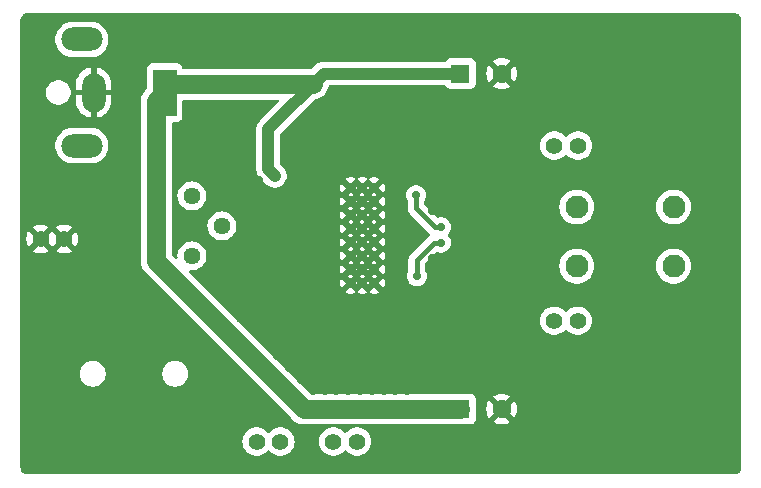
<source format=gbr>
%TF.GenerationSoftware,KiCad,Pcbnew,8.0.6*%
%TF.CreationDate,2024-10-24T21:34:22-07:00*%
%TF.ProjectId,PedalSynth,50656461-6c53-4796-9e74-682e6b696361,r1.0*%
%TF.SameCoordinates,Original*%
%TF.FileFunction,Copper,L2,Bot*%
%TF.FilePolarity,Positive*%
%FSLAX46Y46*%
G04 Gerber Fmt 4.6, Leading zero omitted, Abs format (unit mm)*
G04 Created by KiCad (PCBNEW 8.0.6) date 2024-10-24 21:34:22*
%MOMM*%
%LPD*%
G01*
G04 APERTURE LIST*
%TA.AperFunction,ComponentPad*%
%ADD10C,1.400000*%
%TD*%
%TA.AperFunction,ComponentPad*%
%ADD11R,1.600000X1.600000*%
%TD*%
%TA.AperFunction,ComponentPad*%
%ADD12C,1.600000*%
%TD*%
%TA.AperFunction,ComponentPad*%
%ADD13C,0.800000*%
%TD*%
%TA.AperFunction,ComponentPad*%
%ADD14R,2.000000X4.000000*%
%TD*%
%TA.AperFunction,ComponentPad*%
%ADD15O,2.000000X3.300000*%
%TD*%
%TA.AperFunction,ComponentPad*%
%ADD16O,3.500000X2.000000*%
%TD*%
%TA.AperFunction,ComponentPad*%
%ADD17C,1.440000*%
%TD*%
%TA.AperFunction,ComponentPad*%
%ADD18C,1.950000*%
%TD*%
%TA.AperFunction,ViaPad*%
%ADD19C,0.700000*%
%TD*%
%TA.AperFunction,Conductor*%
%ADD20C,1.000000*%
%TD*%
%TA.AperFunction,Conductor*%
%ADD21C,1.600000*%
%TD*%
%TA.AperFunction,Conductor*%
%ADD22C,0.400000*%
%TD*%
G04 APERTURE END LIST*
D10*
%TO.P,TPSP2,1,1*%
%TO.N,/SPK-*%
X169275000Y-86825000D03*
X171275000Y-86825000D03*
%TD*%
D11*
%TO.P,C1,1*%
%TO.N,VCC*%
X161350000Y-65900000D03*
D12*
%TO.P,C1,2*%
%TO.N,GND*%
X164850000Y-65900000D03*
%TD*%
D10*
%TO.P,RING1,1,1*%
%TO.N,Net-(J1-PadR)*%
X144100000Y-97050000D03*
X146100000Y-97050000D03*
%TD*%
D13*
%TO.P,U1,29,PAD*%
%TO.N,GND*%
X152050000Y-75575000D03*
X152050000Y-76725000D03*
X152050000Y-77875000D03*
X152050000Y-79025000D03*
X152050000Y-80175000D03*
X152050000Y-81325000D03*
X152050000Y-82475000D03*
X152050000Y-83625000D03*
X153050000Y-75575000D03*
X153050000Y-76725000D03*
X153050000Y-77875000D03*
X153050000Y-79025000D03*
X153050000Y-80175000D03*
X153050000Y-81325000D03*
X153050000Y-82475000D03*
X153050000Y-83625000D03*
X154050000Y-75575000D03*
X154050000Y-76725000D03*
X154050000Y-77875000D03*
X154050000Y-79025000D03*
X154050000Y-80175000D03*
X154050000Y-81325000D03*
X154050000Y-82475000D03*
X154050000Y-83625000D03*
%TD*%
D14*
%TO.P,J3,1*%
%TO.N,VCC*%
X136300000Y-67500000D03*
D15*
%TO.P,J3,2*%
%TO.N,GND*%
X130300000Y-67500000D03*
D16*
%TO.P,J3,MP*%
%TO.N,N/C*%
X129300000Y-63000000D03*
X129300000Y-72000000D03*
%TD*%
D17*
%TO.P,RV1,1,1*%
%TO.N,/GVDD*%
X138615000Y-81340000D03*
%TO.P,RV1,2,2*%
%TO.N,Net-(U1-PLIMIT)*%
X141155000Y-78800000D03*
%TO.P,RV1,3,3*%
%TO.N,Net-(R3-Pad2)*%
X138615000Y-76260000D03*
%TD*%
D18*
%TO.P,J2,1_1,1_1*%
%TO.N,/SPK-*%
X171200000Y-82200000D03*
%TO.P,J2,1_2,1_2*%
X179400000Y-82200000D03*
%TO.P,J2,2_1,2_1*%
%TO.N,/SPK+*%
X171200000Y-77200000D03*
%TO.P,J2,2_2,2_2*%
X179400000Y-77200000D03*
%TD*%
D11*
%TO.P,C2,1*%
%TO.N,VCC*%
X161350000Y-94300000D03*
D12*
%TO.P,C2,2*%
%TO.N,GND*%
X164850000Y-94300000D03*
%TD*%
D10*
%TO.P,GND1,1,1*%
%TO.N,GND*%
X125800000Y-79900000D03*
X127800000Y-79900000D03*
%TD*%
%TO.P,SLEEVE1,1,1*%
%TO.N,Net-(J1-PadT)*%
X150600000Y-97050000D03*
X152600000Y-97050000D03*
%TD*%
%TO.P,TPSP1,1,1*%
%TO.N,/SPK+*%
X169300000Y-72000000D03*
X171300000Y-72000000D03*
%TD*%
D19*
%TO.N,GND*%
X182100000Y-70300000D03*
X169600000Y-97800000D03*
X184600000Y-80300000D03*
X172100000Y-92800000D03*
X153350000Y-70800000D03*
X182100000Y-80300000D03*
X153850000Y-90800000D03*
X136100000Y-63800000D03*
X158600000Y-98800000D03*
X151850000Y-91800000D03*
X133100000Y-63800000D03*
X147850000Y-87800000D03*
X152350000Y-70800000D03*
X155350000Y-68800000D03*
X154350000Y-72800000D03*
X160350000Y-89800000D03*
X148350000Y-69800000D03*
X154350000Y-70800000D03*
X153350000Y-68800000D03*
X152850000Y-85300000D03*
X160350000Y-88800000D03*
X152850000Y-86300000D03*
X150350000Y-67850000D03*
X156850000Y-92800000D03*
X148850000Y-92800000D03*
X184600000Y-85300000D03*
X174600000Y-67800000D03*
X153850000Y-91800000D03*
X177100000Y-72800000D03*
X153850000Y-89800000D03*
X142100000Y-62800000D03*
X152850000Y-88800000D03*
X151350000Y-71800000D03*
X147850000Y-89800000D03*
X147850000Y-91800000D03*
X151350000Y-70800000D03*
X182100000Y-75300000D03*
X158850000Y-70300000D03*
X142100000Y-98800000D03*
X162100000Y-62800000D03*
X150850000Y-89800000D03*
X164600000Y-70300000D03*
X166600000Y-94300000D03*
X151350000Y-67850000D03*
X158350000Y-88800000D03*
X144175000Y-68900000D03*
X147850000Y-90800000D03*
X174600000Y-70300000D03*
X164850000Y-92550000D03*
X179600000Y-70300000D03*
X134100000Y-89800000D03*
X154850000Y-91800000D03*
X149850000Y-86300000D03*
X129600000Y-97800000D03*
X156100000Y-98800000D03*
X167100000Y-62800000D03*
X149350000Y-70800000D03*
X155850000Y-90800000D03*
X129600000Y-82800000D03*
X161850000Y-80050000D03*
X151350000Y-72800000D03*
X132900000Y-65700000D03*
X150350000Y-68800000D03*
X174600000Y-72800000D03*
X131200000Y-77400000D03*
X163500000Y-67200000D03*
X156100000Y-96800000D03*
X144325000Y-75875000D03*
X148850000Y-88800000D03*
X179600000Y-87800000D03*
X145850000Y-88800000D03*
X154350000Y-69800000D03*
X134600000Y-97800000D03*
X169600000Y-92800000D03*
X131900000Y-65600000D03*
X184600000Y-70300000D03*
X152350000Y-72800000D03*
X150350000Y-72800000D03*
X164850000Y-96050000D03*
X154600000Y-62800000D03*
X164900000Y-67700000D03*
X184600000Y-67800000D03*
X184600000Y-77800000D03*
X125600000Y-63800000D03*
X139600000Y-62800000D03*
X148350000Y-71800000D03*
X139600000Y-98800000D03*
X127100000Y-65300000D03*
X133300000Y-67500000D03*
X172100000Y-67800000D03*
X151850000Y-88800000D03*
X179600000Y-72800000D03*
X161850000Y-78050000D03*
X153350000Y-73800000D03*
X133300000Y-66600000D03*
X149850000Y-88800000D03*
X166200000Y-67100000D03*
X141850000Y-69300000D03*
X151850000Y-92800000D03*
X132600000Y-78800000D03*
X169600000Y-67800000D03*
X153350000Y-69800000D03*
X158901041Y-81498959D03*
X153850000Y-88800000D03*
X150850000Y-88800000D03*
X132100000Y-82800000D03*
X177100000Y-85300000D03*
X172100000Y-90300000D03*
X149600000Y-62800000D03*
X150850000Y-87800000D03*
X152850000Y-92800000D03*
X146325000Y-75875000D03*
X154756497Y-85300000D03*
X151350000Y-73800000D03*
X182100000Y-85300000D03*
X144600000Y-62800000D03*
X143100000Y-86050000D03*
X155850000Y-91800000D03*
X153350000Y-72800000D03*
X153850000Y-86300000D03*
X154350000Y-73800000D03*
X127100000Y-97800000D03*
X177100000Y-75300000D03*
X148850000Y-89800000D03*
X150850000Y-90800000D03*
X133300000Y-68400000D03*
X129600000Y-80300000D03*
X125600000Y-71300000D03*
X147750000Y-84650000D03*
X148850000Y-91800000D03*
X149350000Y-71800000D03*
X154350000Y-71800000D03*
X149350000Y-73800000D03*
X179600000Y-67800000D03*
X159850000Y-70300000D03*
X152850000Y-91800000D03*
X152350000Y-68800000D03*
X132300000Y-68400000D03*
X151850000Y-89800000D03*
X177100000Y-87800000D03*
X148100000Y-98800000D03*
X148350000Y-70800000D03*
X151350000Y-68800000D03*
X164800000Y-64100000D03*
X166100000Y-93050000D03*
X158900000Y-77550000D03*
X161850000Y-79050000D03*
X150350000Y-71800000D03*
X147100000Y-86800000D03*
X149350000Y-69800000D03*
X167100000Y-90300000D03*
X147850000Y-88800000D03*
X160850000Y-81050000D03*
X166100000Y-95550000D03*
X169600000Y-90300000D03*
X177100000Y-67800000D03*
X152350000Y-73800000D03*
X149850000Y-89800000D03*
X174600000Y-90300000D03*
X151350000Y-69800000D03*
X148800000Y-77900000D03*
X149850000Y-92800000D03*
X145800000Y-82380000D03*
X174600000Y-87800000D03*
X177100000Y-70300000D03*
X159850000Y-69300000D03*
X152850000Y-90800000D03*
X150350000Y-69800000D03*
X149850000Y-87800000D03*
X152350000Y-71800000D03*
X154850000Y-89800000D03*
X160850000Y-70300000D03*
X161850000Y-81050000D03*
X126850000Y-95050000D03*
X177100000Y-90300000D03*
X163600000Y-93050000D03*
X162100000Y-98800000D03*
X151850000Y-86300000D03*
X149850000Y-85300000D03*
X184600000Y-87800000D03*
X148350000Y-72800000D03*
X167100000Y-97800000D03*
X148600000Y-76050000D03*
X151850000Y-87800000D03*
X160850000Y-80050000D03*
X153350000Y-71800000D03*
X146850000Y-89800000D03*
X132100000Y-97800000D03*
X150850000Y-91800000D03*
X166100000Y-64400000D03*
X125600000Y-65800000D03*
X131350000Y-95050000D03*
X152100000Y-62800000D03*
X148600000Y-79850000D03*
X150850000Y-85300000D03*
X159350000Y-89800000D03*
X149850000Y-91800000D03*
X179600000Y-92050000D03*
X182100000Y-67800000D03*
X153850000Y-85300000D03*
X127100000Y-77800000D03*
X174600000Y-75300000D03*
X137100000Y-98800000D03*
X132100000Y-80300000D03*
X182100000Y-82800000D03*
X157100000Y-62800000D03*
X152850000Y-87800000D03*
X149350000Y-68800000D03*
X146850000Y-88800000D03*
X150350000Y-73800000D03*
X146850000Y-90800000D03*
X127100000Y-86800000D03*
X127100000Y-70300000D03*
X145325000Y-75875000D03*
X184600000Y-75300000D03*
X147350000Y-70800000D03*
X154350000Y-67850000D03*
X151850000Y-90800000D03*
X142350000Y-96050000D03*
X145850000Y-85800000D03*
X154850000Y-92800000D03*
X154756497Y-86300000D03*
X159350000Y-88800000D03*
X160850000Y-78050000D03*
X139600000Y-70300000D03*
X154350000Y-68800000D03*
X143000000Y-79200000D03*
X163600000Y-64500000D03*
X164600000Y-98800000D03*
X148850000Y-87800000D03*
X174600000Y-92800000D03*
X148850000Y-90800000D03*
X132300000Y-67500000D03*
X157350000Y-84300000D03*
X131900000Y-69400000D03*
X131100000Y-84800000D03*
X129100000Y-92550000D03*
X132300000Y-66600000D03*
X150850000Y-92800000D03*
X177100000Y-92800000D03*
X184600000Y-82800000D03*
X149850000Y-90800000D03*
X156850000Y-91800000D03*
X152850000Y-89800000D03*
X158600000Y-96800000D03*
X145850000Y-87800000D03*
X152350000Y-69800000D03*
X144325000Y-74875000D03*
X154850000Y-90800000D03*
X132900000Y-69350000D03*
X174600000Y-85300000D03*
X166700000Y-65500000D03*
X155850000Y-92800000D03*
X179600000Y-85300000D03*
X182100000Y-77800000D03*
X145850000Y-89800000D03*
X147350000Y-71800000D03*
X163600000Y-95550000D03*
X127100000Y-90300000D03*
X149350000Y-72800000D03*
X129600000Y-77800000D03*
X125600000Y-69300000D03*
X169600000Y-95300000D03*
X150850000Y-86300000D03*
X157350000Y-74800000D03*
X151850000Y-85300000D03*
X160850000Y-79050000D03*
X182100000Y-87800000D03*
X155350000Y-67850000D03*
X150350000Y-70800000D03*
X147100000Y-62800000D03*
X145850000Y-86800000D03*
X146850000Y-87800000D03*
X153850000Y-92800000D03*
X144850000Y-88800000D03*
%TO.N,VCC*%
X145650000Y-74550000D03*
%TO.N,/BSPL*%
X159700000Y-78900000D03*
X157600000Y-76200000D03*
%TO.N,/BSNR*%
X159700000Y-80200000D03*
X157650000Y-83050000D03*
%TD*%
D20*
%TO.N,VCC*%
X145050000Y-70615075D02*
X145050000Y-73950000D01*
X149765075Y-65900000D02*
X145050000Y-70615075D01*
D21*
X135600000Y-81800000D02*
X148100000Y-94300000D01*
X136300000Y-67500000D02*
X137000000Y-66800000D01*
D20*
X161350000Y-65900000D02*
X149765075Y-65900000D01*
D21*
X148100000Y-94300000D02*
X161350000Y-94300000D01*
X135600000Y-68200000D02*
X135600000Y-81800000D01*
X137000000Y-66800000D02*
X148865075Y-66800000D01*
X136300000Y-67500000D02*
X135600000Y-68200000D01*
D20*
X145050000Y-73950000D02*
X145650000Y-74550000D01*
D22*
%TO.N,/BSPL*%
X159700000Y-78900000D02*
X159189339Y-78900000D01*
X157600000Y-77310661D02*
X157600000Y-76200000D01*
X159189339Y-78900000D02*
X157600000Y-77310661D01*
%TO.N,/BSNR*%
X157650000Y-81689339D02*
X159139339Y-80200000D01*
X159139339Y-80200000D02*
X159700000Y-80200000D01*
X157650000Y-83050000D02*
X157650000Y-81689339D01*
%TD*%
%TA.AperFunction,Conductor*%
%TO.N,GND*%
G36*
X184602021Y-60800066D02*
G01*
X184606710Y-60800218D01*
X184651282Y-60801673D01*
X184679325Y-60805831D01*
X184776403Y-60831843D01*
X184806301Y-60844227D01*
X184891558Y-60893450D01*
X184917237Y-60913155D01*
X184986844Y-60982762D01*
X185006550Y-61008443D01*
X185055770Y-61093694D01*
X185068158Y-61123601D01*
X185094167Y-61220670D01*
X185098326Y-61248717D01*
X185099934Y-61297975D01*
X185100000Y-61302021D01*
X185100000Y-99297978D01*
X185099934Y-99302024D01*
X185098326Y-99351282D01*
X185094167Y-99379329D01*
X185068158Y-99476398D01*
X185055770Y-99506305D01*
X185006550Y-99591556D01*
X184986844Y-99617237D01*
X184917237Y-99686844D01*
X184891556Y-99706550D01*
X184806305Y-99755770D01*
X184776398Y-99768158D01*
X184679329Y-99794167D01*
X184651282Y-99798326D01*
X184606973Y-99799772D01*
X184602020Y-99799934D01*
X184597978Y-99800000D01*
X124602022Y-99800000D01*
X124597979Y-99799934D01*
X124592688Y-99799761D01*
X124548717Y-99798326D01*
X124520670Y-99794167D01*
X124423601Y-99768158D01*
X124393694Y-99755770D01*
X124308443Y-99706550D01*
X124282762Y-99686844D01*
X124213155Y-99617237D01*
X124193449Y-99591556D01*
X124144227Y-99506301D01*
X124131843Y-99476403D01*
X124105831Y-99379325D01*
X124101673Y-99351282D01*
X124100066Y-99302021D01*
X124100000Y-99297978D01*
X124100000Y-97049999D01*
X142894357Y-97049999D01*
X142894357Y-97050000D01*
X142914884Y-97271535D01*
X142914885Y-97271537D01*
X142975769Y-97485523D01*
X142975775Y-97485538D01*
X143074938Y-97684683D01*
X143074943Y-97684691D01*
X143209020Y-97862238D01*
X143373437Y-98012123D01*
X143373439Y-98012125D01*
X143562595Y-98129245D01*
X143562596Y-98129245D01*
X143562599Y-98129247D01*
X143770060Y-98209618D01*
X143988757Y-98250500D01*
X143988759Y-98250500D01*
X144211241Y-98250500D01*
X144211243Y-98250500D01*
X144429940Y-98209618D01*
X144637401Y-98129247D01*
X144826562Y-98012124D01*
X144990981Y-97862236D01*
X145001046Y-97848906D01*
X145057153Y-97807271D01*
X145126865Y-97802578D01*
X145188047Y-97836319D01*
X145198948Y-97848900D01*
X145209019Y-97862236D01*
X145209022Y-97862239D01*
X145209025Y-97862242D01*
X145373437Y-98012123D01*
X145373439Y-98012125D01*
X145562595Y-98129245D01*
X145562596Y-98129245D01*
X145562599Y-98129247D01*
X145770060Y-98209618D01*
X145988757Y-98250500D01*
X145988759Y-98250500D01*
X146211241Y-98250500D01*
X146211243Y-98250500D01*
X146429940Y-98209618D01*
X146637401Y-98129247D01*
X146826562Y-98012124D01*
X146966282Y-97884751D01*
X146990979Y-97862238D01*
X146990982Y-97862235D01*
X147125058Y-97684689D01*
X147224229Y-97485528D01*
X147285115Y-97271536D01*
X147305643Y-97050000D01*
X147305643Y-97049999D01*
X149394357Y-97049999D01*
X149394357Y-97050000D01*
X149414884Y-97271535D01*
X149414885Y-97271537D01*
X149475769Y-97485523D01*
X149475775Y-97485538D01*
X149574938Y-97684683D01*
X149574943Y-97684691D01*
X149709020Y-97862238D01*
X149873437Y-98012123D01*
X149873439Y-98012125D01*
X150062595Y-98129245D01*
X150062596Y-98129245D01*
X150062599Y-98129247D01*
X150270060Y-98209618D01*
X150488757Y-98250500D01*
X150488759Y-98250500D01*
X150711241Y-98250500D01*
X150711243Y-98250500D01*
X150929940Y-98209618D01*
X151137401Y-98129247D01*
X151326562Y-98012124D01*
X151490981Y-97862236D01*
X151501046Y-97848906D01*
X151557153Y-97807271D01*
X151626865Y-97802578D01*
X151688047Y-97836319D01*
X151698948Y-97848900D01*
X151709019Y-97862236D01*
X151709022Y-97862239D01*
X151709025Y-97862242D01*
X151873437Y-98012123D01*
X151873439Y-98012125D01*
X152062595Y-98129245D01*
X152062596Y-98129245D01*
X152062599Y-98129247D01*
X152270060Y-98209618D01*
X152488757Y-98250500D01*
X152488759Y-98250500D01*
X152711241Y-98250500D01*
X152711243Y-98250500D01*
X152929940Y-98209618D01*
X153137401Y-98129247D01*
X153326562Y-98012124D01*
X153466282Y-97884751D01*
X153490979Y-97862238D01*
X153490982Y-97862235D01*
X153625058Y-97684689D01*
X153724229Y-97485528D01*
X153785115Y-97271536D01*
X153805643Y-97050000D01*
X153785115Y-96828464D01*
X153724229Y-96614472D01*
X153724224Y-96614461D01*
X153625061Y-96415316D01*
X153625056Y-96415308D01*
X153490979Y-96237761D01*
X153326562Y-96087876D01*
X153326560Y-96087874D01*
X153137404Y-95970754D01*
X153137398Y-95970752D01*
X152929940Y-95890382D01*
X152711243Y-95849500D01*
X152488757Y-95849500D01*
X152270060Y-95890382D01*
X152138864Y-95941207D01*
X152062601Y-95970752D01*
X152062595Y-95970754D01*
X151873439Y-96087874D01*
X151873437Y-96087876D01*
X151709019Y-96237762D01*
X151698953Y-96251093D01*
X151642844Y-96292728D01*
X151573132Y-96297419D01*
X151511950Y-96263676D01*
X151501047Y-96251093D01*
X151490980Y-96237762D01*
X151326562Y-96087876D01*
X151326560Y-96087874D01*
X151137404Y-95970754D01*
X151137398Y-95970752D01*
X150929940Y-95890382D01*
X150711243Y-95849500D01*
X150488757Y-95849500D01*
X150270060Y-95890382D01*
X150138864Y-95941207D01*
X150062601Y-95970752D01*
X150062595Y-95970754D01*
X149873439Y-96087874D01*
X149873437Y-96087876D01*
X149709020Y-96237761D01*
X149574943Y-96415308D01*
X149574938Y-96415316D01*
X149475775Y-96614461D01*
X149475769Y-96614476D01*
X149414885Y-96828462D01*
X149414884Y-96828464D01*
X149394357Y-97049999D01*
X147305643Y-97049999D01*
X147285115Y-96828464D01*
X147224229Y-96614472D01*
X147224224Y-96614461D01*
X147125061Y-96415316D01*
X147125056Y-96415308D01*
X146990979Y-96237761D01*
X146826562Y-96087876D01*
X146826560Y-96087874D01*
X146637404Y-95970754D01*
X146637398Y-95970752D01*
X146429940Y-95890382D01*
X146211243Y-95849500D01*
X145988757Y-95849500D01*
X145770060Y-95890382D01*
X145638864Y-95941207D01*
X145562601Y-95970752D01*
X145562595Y-95970754D01*
X145373439Y-96087874D01*
X145373437Y-96087876D01*
X145209019Y-96237762D01*
X145198953Y-96251093D01*
X145142844Y-96292728D01*
X145073132Y-96297419D01*
X145011950Y-96263676D01*
X145001047Y-96251093D01*
X144990980Y-96237762D01*
X144826562Y-96087876D01*
X144826560Y-96087874D01*
X144637404Y-95970754D01*
X144637398Y-95970752D01*
X144429940Y-95890382D01*
X144211243Y-95849500D01*
X143988757Y-95849500D01*
X143770060Y-95890382D01*
X143638864Y-95941207D01*
X143562601Y-95970752D01*
X143562595Y-95970754D01*
X143373439Y-96087874D01*
X143373437Y-96087876D01*
X143209020Y-96237761D01*
X143074943Y-96415308D01*
X143074938Y-96415316D01*
X142975775Y-96614461D01*
X142975769Y-96614476D01*
X142914885Y-96828462D01*
X142914884Y-96828464D01*
X142894357Y-97049999D01*
X124100000Y-97049999D01*
X124100000Y-91213389D01*
X129099500Y-91213389D01*
X129099500Y-91386611D01*
X129126598Y-91557701D01*
X129180127Y-91722445D01*
X129258768Y-91876788D01*
X129360586Y-92016928D01*
X129483072Y-92139414D01*
X129623212Y-92241232D01*
X129777555Y-92319873D01*
X129942299Y-92373402D01*
X130113389Y-92400500D01*
X130113390Y-92400500D01*
X130286610Y-92400500D01*
X130286611Y-92400500D01*
X130457701Y-92373402D01*
X130622445Y-92319873D01*
X130776788Y-92241232D01*
X130916928Y-92139414D01*
X131039414Y-92016928D01*
X131141232Y-91876788D01*
X131219873Y-91722445D01*
X131273402Y-91557701D01*
X131300500Y-91386611D01*
X131300500Y-91213389D01*
X136099500Y-91213389D01*
X136099500Y-91386611D01*
X136126598Y-91557701D01*
X136180127Y-91722445D01*
X136258768Y-91876788D01*
X136360586Y-92016928D01*
X136483072Y-92139414D01*
X136623212Y-92241232D01*
X136777555Y-92319873D01*
X136942299Y-92373402D01*
X137113389Y-92400500D01*
X137113390Y-92400500D01*
X137286610Y-92400500D01*
X137286611Y-92400500D01*
X137457701Y-92373402D01*
X137622445Y-92319873D01*
X137776788Y-92241232D01*
X137916928Y-92139414D01*
X138039414Y-92016928D01*
X138141232Y-91876788D01*
X138219873Y-91722445D01*
X138273402Y-91557701D01*
X138300500Y-91386611D01*
X138300500Y-91213389D01*
X138273402Y-91042299D01*
X138219873Y-90877555D01*
X138141232Y-90723212D01*
X138039414Y-90583072D01*
X137916928Y-90460586D01*
X137776788Y-90358768D01*
X137622445Y-90280127D01*
X137457701Y-90226598D01*
X137457699Y-90226597D01*
X137457698Y-90226597D01*
X137326271Y-90205781D01*
X137286611Y-90199500D01*
X137113389Y-90199500D01*
X137073728Y-90205781D01*
X136942302Y-90226597D01*
X136777552Y-90280128D01*
X136623211Y-90358768D01*
X136543256Y-90416859D01*
X136483072Y-90460586D01*
X136483070Y-90460588D01*
X136483069Y-90460588D01*
X136360588Y-90583069D01*
X136360588Y-90583070D01*
X136360586Y-90583072D01*
X136316859Y-90643256D01*
X136258768Y-90723211D01*
X136180128Y-90877552D01*
X136126597Y-91042302D01*
X136099500Y-91213389D01*
X131300500Y-91213389D01*
X131273402Y-91042299D01*
X131219873Y-90877555D01*
X131141232Y-90723212D01*
X131039414Y-90583072D01*
X130916928Y-90460586D01*
X130776788Y-90358768D01*
X130622445Y-90280127D01*
X130457701Y-90226598D01*
X130457699Y-90226597D01*
X130457698Y-90226597D01*
X130326271Y-90205781D01*
X130286611Y-90199500D01*
X130113389Y-90199500D01*
X130073728Y-90205781D01*
X129942302Y-90226597D01*
X129777552Y-90280128D01*
X129623211Y-90358768D01*
X129543256Y-90416859D01*
X129483072Y-90460586D01*
X129483070Y-90460588D01*
X129483069Y-90460588D01*
X129360588Y-90583069D01*
X129360588Y-90583070D01*
X129360586Y-90583072D01*
X129316859Y-90643256D01*
X129258768Y-90723211D01*
X129180128Y-90877552D01*
X129126597Y-91042302D01*
X129099500Y-91213389D01*
X124100000Y-91213389D01*
X124100000Y-80906879D01*
X125146672Y-80906879D01*
X125146672Y-80906880D01*
X125262821Y-80978797D01*
X125262822Y-80978798D01*
X125470195Y-81059134D01*
X125688807Y-81100000D01*
X125911193Y-81100000D01*
X126129809Y-81059133D01*
X126337168Y-80978801D01*
X126337181Y-80978795D01*
X126453326Y-80906879D01*
X127146672Y-80906879D01*
X127146672Y-80906880D01*
X127262821Y-80978797D01*
X127262822Y-80978798D01*
X127470195Y-81059134D01*
X127688807Y-81100000D01*
X127911193Y-81100000D01*
X128129809Y-81059133D01*
X128337168Y-80978801D01*
X128337181Y-80978795D01*
X128453326Y-80906879D01*
X127800001Y-80253553D01*
X127800000Y-80253553D01*
X127146672Y-80906879D01*
X126453326Y-80906879D01*
X125800001Y-80253553D01*
X125800000Y-80253553D01*
X125146672Y-80906879D01*
X124100000Y-80906879D01*
X124100000Y-79899999D01*
X124594859Y-79899999D01*
X124594859Y-79900000D01*
X124615378Y-80121439D01*
X124676240Y-80335350D01*
X124775369Y-80534428D01*
X124791137Y-80555308D01*
X124791138Y-80555308D01*
X125446447Y-79900000D01*
X125400369Y-79853922D01*
X125450000Y-79853922D01*
X125450000Y-79946078D01*
X125473852Y-80035095D01*
X125519930Y-80114905D01*
X125585095Y-80180070D01*
X125664905Y-80226148D01*
X125753922Y-80250000D01*
X125846078Y-80250000D01*
X125935095Y-80226148D01*
X126014905Y-80180070D01*
X126080070Y-80114905D01*
X126126148Y-80035095D01*
X126150000Y-79946078D01*
X126150000Y-79900000D01*
X126153553Y-79900000D01*
X126800000Y-80546447D01*
X127446447Y-79900000D01*
X127400369Y-79853922D01*
X127450000Y-79853922D01*
X127450000Y-79946078D01*
X127473852Y-80035095D01*
X127519930Y-80114905D01*
X127585095Y-80180070D01*
X127664905Y-80226148D01*
X127753922Y-80250000D01*
X127846078Y-80250000D01*
X127935095Y-80226148D01*
X128014905Y-80180070D01*
X128080070Y-80114905D01*
X128126148Y-80035095D01*
X128150000Y-79946078D01*
X128150000Y-79899999D01*
X128153553Y-79899999D01*
X128153553Y-79900000D01*
X128808861Y-80555308D01*
X128824631Y-80534425D01*
X128824633Y-80534422D01*
X128923759Y-80335350D01*
X128984621Y-80121439D01*
X129005141Y-79900000D01*
X129005141Y-79899999D01*
X128984621Y-79678560D01*
X128923759Y-79464649D01*
X128824635Y-79265580D01*
X128824630Y-79265572D01*
X128808860Y-79244690D01*
X128153553Y-79899999D01*
X128150000Y-79899999D01*
X128150000Y-79853922D01*
X128126148Y-79764905D01*
X128080070Y-79685095D01*
X128014905Y-79619930D01*
X127935095Y-79573852D01*
X127846078Y-79550000D01*
X127753922Y-79550000D01*
X127664905Y-79573852D01*
X127585095Y-79619930D01*
X127519930Y-79685095D01*
X127473852Y-79764905D01*
X127450000Y-79853922D01*
X127400369Y-79853922D01*
X126800000Y-79253553D01*
X126153553Y-79900000D01*
X126150000Y-79900000D01*
X126150000Y-79853922D01*
X126126148Y-79764905D01*
X126080070Y-79685095D01*
X126014905Y-79619930D01*
X125935095Y-79573852D01*
X125846078Y-79550000D01*
X125753922Y-79550000D01*
X125664905Y-79573852D01*
X125585095Y-79619930D01*
X125519930Y-79685095D01*
X125473852Y-79764905D01*
X125450000Y-79853922D01*
X125400369Y-79853922D01*
X124791138Y-79244691D01*
X124791137Y-79244691D01*
X124775368Y-79265574D01*
X124676240Y-79464649D01*
X124615378Y-79678560D01*
X124594859Y-79899999D01*
X124100000Y-79899999D01*
X124100000Y-78893119D01*
X125146671Y-78893119D01*
X125800000Y-79546447D01*
X125800001Y-79546447D01*
X126453327Y-78893119D01*
X127146671Y-78893119D01*
X127800000Y-79546447D01*
X127800001Y-79546447D01*
X128453327Y-78893119D01*
X128337178Y-78821202D01*
X128337177Y-78821201D01*
X128129804Y-78740865D01*
X127911193Y-78700000D01*
X127688807Y-78700000D01*
X127470195Y-78740865D01*
X127262824Y-78821200D01*
X127262823Y-78821201D01*
X127146671Y-78893119D01*
X126453327Y-78893119D01*
X126337178Y-78821202D01*
X126337177Y-78821201D01*
X126129804Y-78740865D01*
X125911193Y-78700000D01*
X125688807Y-78700000D01*
X125470195Y-78740865D01*
X125262824Y-78821200D01*
X125262823Y-78821201D01*
X125146671Y-78893119D01*
X124100000Y-78893119D01*
X124100000Y-71881902D01*
X127049500Y-71881902D01*
X127049500Y-72118097D01*
X127086446Y-72351368D01*
X127159433Y-72575996D01*
X127249407Y-72752578D01*
X127266657Y-72786433D01*
X127405483Y-72977510D01*
X127572490Y-73144517D01*
X127763567Y-73283343D01*
X127862991Y-73334002D01*
X127974003Y-73390566D01*
X127974005Y-73390566D01*
X127974008Y-73390568D01*
X128094412Y-73429689D01*
X128198631Y-73463553D01*
X128431903Y-73500500D01*
X128431908Y-73500500D01*
X130168097Y-73500500D01*
X130401368Y-73463553D01*
X130625992Y-73390568D01*
X130836433Y-73283343D01*
X131027510Y-73144517D01*
X131194517Y-72977510D01*
X131333343Y-72786433D01*
X131440568Y-72575992D01*
X131513553Y-72351368D01*
X131534116Y-72221537D01*
X131550500Y-72118097D01*
X131550500Y-71881902D01*
X131513553Y-71648631D01*
X131440566Y-71424003D01*
X131348201Y-71242728D01*
X131333343Y-71213567D01*
X131194517Y-71022490D01*
X131027510Y-70855483D01*
X130836433Y-70716657D01*
X130625996Y-70609433D01*
X130401368Y-70536446D01*
X130168097Y-70499500D01*
X130168092Y-70499500D01*
X128431908Y-70499500D01*
X128431903Y-70499500D01*
X128198631Y-70536446D01*
X127974003Y-70609433D01*
X127763566Y-70716657D01*
X127654550Y-70795862D01*
X127572490Y-70855483D01*
X127572488Y-70855485D01*
X127572487Y-70855485D01*
X127405485Y-71022487D01*
X127405485Y-71022488D01*
X127405483Y-71022490D01*
X127345862Y-71104550D01*
X127266657Y-71213566D01*
X127159433Y-71424003D01*
X127086446Y-71648631D01*
X127049500Y-71881902D01*
X124100000Y-71881902D01*
X124100000Y-67396530D01*
X126249500Y-67396530D01*
X126249500Y-67603469D01*
X126289868Y-67806412D01*
X126289870Y-67806420D01*
X126333720Y-67912284D01*
X126369059Y-67997598D01*
X126426541Y-68083626D01*
X126484024Y-68169657D01*
X126630342Y-68315975D01*
X126630345Y-68315977D01*
X126802402Y-68430941D01*
X126993580Y-68510130D01*
X127194519Y-68550099D01*
X127196530Y-68550499D01*
X127196534Y-68550500D01*
X127196535Y-68550500D01*
X127403466Y-68550500D01*
X127403467Y-68550499D01*
X127606420Y-68510130D01*
X127797598Y-68430941D01*
X127969655Y-68315977D01*
X128115977Y-68169655D01*
X128230941Y-67997598D01*
X128310130Y-67806420D01*
X128350500Y-67603465D01*
X128350500Y-67396535D01*
X128310130Y-67193580D01*
X128230941Y-67002402D01*
X128115977Y-66830345D01*
X128115975Y-66830342D01*
X128017580Y-66731947D01*
X128800000Y-66731947D01*
X128800000Y-67250000D01*
X129800000Y-67250000D01*
X129800000Y-67750000D01*
X128800000Y-67750000D01*
X128800000Y-68268052D01*
X128836934Y-68501247D01*
X128909897Y-68725802D01*
X129017085Y-68936171D01*
X129155866Y-69127186D01*
X129322813Y-69294133D01*
X129513828Y-69432914D01*
X129724195Y-69540102D01*
X129948744Y-69613063D01*
X129948750Y-69613065D01*
X130050000Y-69629101D01*
X130050000Y-68583012D01*
X130107007Y-68615925D01*
X130234174Y-68650000D01*
X130365826Y-68650000D01*
X130492993Y-68615925D01*
X130550000Y-68583012D01*
X130550000Y-69629100D01*
X130651249Y-69613065D01*
X130651255Y-69613063D01*
X130875804Y-69540102D01*
X131086171Y-69432914D01*
X131277186Y-69294133D01*
X131444133Y-69127186D01*
X131582914Y-68936171D01*
X131690102Y-68725802D01*
X131763065Y-68501247D01*
X131800000Y-68268052D01*
X131800000Y-68097648D01*
X134299500Y-68097648D01*
X134299500Y-81902351D01*
X134331522Y-82104531D01*
X134331523Y-82104536D01*
X134342400Y-82138013D01*
X134342401Y-82138013D01*
X134394781Y-82299223D01*
X134427235Y-82362916D01*
X134427237Y-82362919D01*
X134487713Y-82481611D01*
X134608034Y-82647219D01*
X134608035Y-82647220D01*
X134608036Y-82647221D01*
X147104908Y-95144092D01*
X147104922Y-95144107D01*
X147108033Y-95147218D01*
X147108034Y-95147219D01*
X147252781Y-95291966D01*
X147252784Y-95291968D01*
X147252788Y-95291972D01*
X147372607Y-95379024D01*
X147418390Y-95412287D01*
X147537620Y-95473038D01*
X147600781Y-95505221D01*
X147600784Y-95505222D01*
X147719505Y-95543796D01*
X147795466Y-95568477D01*
X147997649Y-95600501D01*
X147997650Y-95600501D01*
X148207463Y-95600501D01*
X148207487Y-95600500D01*
X161462342Y-95600500D01*
X161462354Y-95600499D01*
X162197871Y-95600499D01*
X162197872Y-95600499D01*
X162257483Y-95594091D01*
X162392331Y-95543796D01*
X162507546Y-95457546D01*
X162593796Y-95342331D01*
X162644091Y-95207483D01*
X162650500Y-95147873D01*
X162650500Y-94388691D01*
X162650500Y-94299997D01*
X163545034Y-94299997D01*
X163545034Y-94300002D01*
X163564858Y-94526599D01*
X163564860Y-94526610D01*
X163623730Y-94746317D01*
X163623735Y-94746331D01*
X163719863Y-94952478D01*
X163770974Y-95025472D01*
X164450000Y-94346446D01*
X164450000Y-94352661D01*
X164477259Y-94454394D01*
X164529920Y-94545606D01*
X164604394Y-94620080D01*
X164695606Y-94672741D01*
X164797339Y-94700000D01*
X164803553Y-94700000D01*
X164124526Y-95379025D01*
X164197513Y-95430132D01*
X164197521Y-95430136D01*
X164403668Y-95526264D01*
X164403682Y-95526269D01*
X164623389Y-95585139D01*
X164623400Y-95585141D01*
X164849998Y-95604966D01*
X164850002Y-95604966D01*
X165076599Y-95585141D01*
X165076610Y-95585139D01*
X165296317Y-95526269D01*
X165296331Y-95526264D01*
X165502478Y-95430136D01*
X165575471Y-95379024D01*
X164896447Y-94700000D01*
X164902661Y-94700000D01*
X165004394Y-94672741D01*
X165095606Y-94620080D01*
X165170080Y-94545606D01*
X165222741Y-94454394D01*
X165250000Y-94352661D01*
X165250000Y-94346447D01*
X165929024Y-95025471D01*
X165980136Y-94952478D01*
X166076264Y-94746331D01*
X166076269Y-94746317D01*
X166135139Y-94526610D01*
X166135141Y-94526599D01*
X166154966Y-94300002D01*
X166154966Y-94299997D01*
X166135141Y-94073400D01*
X166135139Y-94073389D01*
X166076269Y-93853682D01*
X166076264Y-93853668D01*
X165980136Y-93647521D01*
X165980132Y-93647513D01*
X165929025Y-93574526D01*
X165250000Y-94253551D01*
X165250000Y-94247339D01*
X165222741Y-94145606D01*
X165170080Y-94054394D01*
X165095606Y-93979920D01*
X165004394Y-93927259D01*
X164902661Y-93900000D01*
X164896448Y-93900000D01*
X165575472Y-93220974D01*
X165502478Y-93169863D01*
X165296331Y-93073735D01*
X165296317Y-93073730D01*
X165076610Y-93014860D01*
X165076599Y-93014858D01*
X164850002Y-92995034D01*
X164849998Y-92995034D01*
X164623400Y-93014858D01*
X164623389Y-93014860D01*
X164403682Y-93073730D01*
X164403673Y-93073734D01*
X164197516Y-93169866D01*
X164197512Y-93169868D01*
X164124526Y-93220973D01*
X164124526Y-93220974D01*
X164803553Y-93900000D01*
X164797339Y-93900000D01*
X164695606Y-93927259D01*
X164604394Y-93979920D01*
X164529920Y-94054394D01*
X164477259Y-94145606D01*
X164450000Y-94247339D01*
X164450000Y-94253552D01*
X163770974Y-93574526D01*
X163770973Y-93574526D01*
X163719868Y-93647512D01*
X163719866Y-93647516D01*
X163623734Y-93853673D01*
X163623730Y-93853682D01*
X163564860Y-94073389D01*
X163564858Y-94073400D01*
X163545034Y-94299997D01*
X162650500Y-94299997D01*
X162650500Y-94197648D01*
X162650500Y-94190053D01*
X162650499Y-94190035D01*
X162650499Y-93452129D01*
X162650498Y-93452123D01*
X162644091Y-93392516D01*
X162593797Y-93257671D01*
X162593793Y-93257664D01*
X162507547Y-93142455D01*
X162507544Y-93142452D01*
X162392335Y-93056206D01*
X162392328Y-93056202D01*
X162257482Y-93005908D01*
X162257483Y-93005908D01*
X162197883Y-92999501D01*
X162197881Y-92999500D01*
X162197873Y-92999500D01*
X162197865Y-92999500D01*
X148690046Y-92999500D01*
X148623007Y-92979815D01*
X148602365Y-92963181D01*
X142464184Y-86824999D01*
X168069357Y-86824999D01*
X168069357Y-86825000D01*
X168089884Y-87046535D01*
X168089885Y-87046537D01*
X168150769Y-87260523D01*
X168150775Y-87260538D01*
X168249938Y-87459683D01*
X168249943Y-87459691D01*
X168384020Y-87637238D01*
X168548437Y-87787123D01*
X168548439Y-87787125D01*
X168737595Y-87904245D01*
X168737596Y-87904245D01*
X168737599Y-87904247D01*
X168945060Y-87984618D01*
X169163757Y-88025500D01*
X169163759Y-88025500D01*
X169386241Y-88025500D01*
X169386243Y-88025500D01*
X169604940Y-87984618D01*
X169812401Y-87904247D01*
X170001562Y-87787124D01*
X170165981Y-87637236D01*
X170176046Y-87623906D01*
X170232153Y-87582271D01*
X170301865Y-87577578D01*
X170363047Y-87611319D01*
X170373948Y-87623900D01*
X170384019Y-87637236D01*
X170384022Y-87637239D01*
X170384025Y-87637242D01*
X170548437Y-87787123D01*
X170548439Y-87787125D01*
X170737595Y-87904245D01*
X170737596Y-87904245D01*
X170737599Y-87904247D01*
X170945060Y-87984618D01*
X171163757Y-88025500D01*
X171163759Y-88025500D01*
X171386241Y-88025500D01*
X171386243Y-88025500D01*
X171604940Y-87984618D01*
X171812401Y-87904247D01*
X172001562Y-87787124D01*
X172141282Y-87659751D01*
X172165979Y-87637238D01*
X172165982Y-87637235D01*
X172300058Y-87459689D01*
X172399229Y-87260528D01*
X172460115Y-87046536D01*
X172480643Y-86825000D01*
X172460115Y-86603464D01*
X172399229Y-86389472D01*
X172399224Y-86389461D01*
X172300061Y-86190316D01*
X172300056Y-86190308D01*
X172165979Y-86012761D01*
X172001562Y-85862876D01*
X172001560Y-85862874D01*
X171812404Y-85745754D01*
X171812398Y-85745752D01*
X171604940Y-85665382D01*
X171386243Y-85624500D01*
X171163757Y-85624500D01*
X170945060Y-85665382D01*
X170813864Y-85716207D01*
X170737601Y-85745752D01*
X170737595Y-85745754D01*
X170548439Y-85862874D01*
X170548437Y-85862876D01*
X170384019Y-86012762D01*
X170373953Y-86026093D01*
X170317844Y-86067728D01*
X170248132Y-86072419D01*
X170186950Y-86038676D01*
X170176047Y-86026093D01*
X170165980Y-86012762D01*
X170001562Y-85862876D01*
X170001560Y-85862874D01*
X169812404Y-85745754D01*
X169812398Y-85745752D01*
X169604940Y-85665382D01*
X169386243Y-85624500D01*
X169163757Y-85624500D01*
X168945060Y-85665382D01*
X168813864Y-85716207D01*
X168737601Y-85745752D01*
X168737595Y-85745754D01*
X168548439Y-85862874D01*
X168548437Y-85862876D01*
X168384020Y-86012761D01*
X168249943Y-86190308D01*
X168249938Y-86190316D01*
X168150775Y-86389461D01*
X168150769Y-86389476D01*
X168089885Y-86603462D01*
X168089884Y-86603464D01*
X168069357Y-86824999D01*
X142464184Y-86824999D01*
X140054774Y-84415589D01*
X151612961Y-84415589D01*
X151770355Y-84485665D01*
X151955406Y-84525000D01*
X152144594Y-84525000D01*
X152329646Y-84485665D01*
X152329651Y-84485663D01*
X152495156Y-84411974D01*
X152492939Y-84410549D01*
X152601641Y-84410549D01*
X152770355Y-84485665D01*
X152955406Y-84525000D01*
X153144594Y-84525000D01*
X153329646Y-84485665D01*
X153329651Y-84485663D01*
X153495156Y-84411974D01*
X153492939Y-84410549D01*
X153601641Y-84410549D01*
X153770355Y-84485665D01*
X153955406Y-84525000D01*
X154144594Y-84525000D01*
X154329646Y-84485665D01*
X154329651Y-84485663D01*
X154487036Y-84415590D01*
X154487037Y-84415589D01*
X154050001Y-83978553D01*
X153637680Y-84390871D01*
X153601641Y-84410549D01*
X153492939Y-84410549D01*
X153462318Y-84390870D01*
X153050001Y-83978553D01*
X152637680Y-84390871D01*
X152601641Y-84410549D01*
X152492939Y-84410549D01*
X152462318Y-84390870D01*
X152050001Y-83978553D01*
X152050000Y-83978553D01*
X151612961Y-84415589D01*
X140054774Y-84415589D01*
X139264185Y-83625000D01*
X151145043Y-83625000D01*
X151164819Y-83813154D01*
X151223278Y-83993072D01*
X151223281Y-83993079D01*
X151261745Y-84059700D01*
X151696447Y-83625000D01*
X151666610Y-83595163D01*
X151900000Y-83595163D01*
X151900000Y-83654837D01*
X151922836Y-83709968D01*
X151965032Y-83752164D01*
X152020163Y-83775000D01*
X152079837Y-83775000D01*
X152134968Y-83752164D01*
X152177164Y-83709968D01*
X152200000Y-83654837D01*
X152200000Y-83625000D01*
X152403553Y-83625000D01*
X152550000Y-83771447D01*
X152696447Y-83625000D01*
X152666610Y-83595163D01*
X152900000Y-83595163D01*
X152900000Y-83654837D01*
X152922836Y-83709968D01*
X152965032Y-83752164D01*
X153020163Y-83775000D01*
X153079837Y-83775000D01*
X153134968Y-83752164D01*
X153177164Y-83709968D01*
X153200000Y-83654837D01*
X153200000Y-83625000D01*
X153403553Y-83625000D01*
X153550000Y-83771447D01*
X153696447Y-83625000D01*
X153666610Y-83595163D01*
X153900000Y-83595163D01*
X153900000Y-83654837D01*
X153922836Y-83709968D01*
X153965032Y-83752164D01*
X154020163Y-83775000D01*
X154079837Y-83775000D01*
X154134968Y-83752164D01*
X154177164Y-83709968D01*
X154200000Y-83654837D01*
X154200000Y-83624999D01*
X154403553Y-83624999D01*
X154403553Y-83625001D01*
X154838253Y-84059701D01*
X154876720Y-83993076D01*
X154935180Y-83813154D01*
X154954956Y-83625000D01*
X154935180Y-83436845D01*
X154876721Y-83256927D01*
X154876718Y-83256920D01*
X154838253Y-83190297D01*
X154403553Y-83624999D01*
X154200000Y-83624999D01*
X154200000Y-83595163D01*
X154177164Y-83540032D01*
X154134968Y-83497836D01*
X154079837Y-83475000D01*
X154020163Y-83475000D01*
X153965032Y-83497836D01*
X153922836Y-83540032D01*
X153900000Y-83595163D01*
X153666610Y-83595163D01*
X153550000Y-83478553D01*
X153403553Y-83625000D01*
X153200000Y-83625000D01*
X153200000Y-83595163D01*
X153177164Y-83540032D01*
X153134968Y-83497836D01*
X153079837Y-83475000D01*
X153020163Y-83475000D01*
X152965032Y-83497836D01*
X152922836Y-83540032D01*
X152900000Y-83595163D01*
X152666610Y-83595163D01*
X152550000Y-83478553D01*
X152403553Y-83625000D01*
X152200000Y-83625000D01*
X152200000Y-83595163D01*
X152177164Y-83540032D01*
X152134968Y-83497836D01*
X152079837Y-83475000D01*
X152020163Y-83475000D01*
X151965032Y-83497836D01*
X151922836Y-83540032D01*
X151900000Y-83595163D01*
X151666610Y-83595163D01*
X151261745Y-83190298D01*
X151223279Y-83256923D01*
X151164819Y-83436845D01*
X151145043Y-83625000D01*
X139264185Y-83625000D01*
X138689185Y-83050000D01*
X151828553Y-83050000D01*
X152050000Y-83271447D01*
X152271447Y-83050000D01*
X152828553Y-83050000D01*
X153050000Y-83271447D01*
X153271447Y-83050000D01*
X153828553Y-83050000D01*
X154050000Y-83271447D01*
X154271447Y-83050000D01*
X154050000Y-82828553D01*
X153828553Y-83050000D01*
X153271447Y-83050000D01*
X153050000Y-82828553D01*
X152828553Y-83050000D01*
X152271447Y-83050000D01*
X152050000Y-82828553D01*
X151828553Y-83050000D01*
X138689185Y-83050000D01*
X138405876Y-82766691D01*
X138372391Y-82705368D01*
X138377375Y-82635676D01*
X138419247Y-82579743D01*
X138484711Y-82555326D01*
X138504356Y-82555481D01*
X138602154Y-82564038D01*
X138614999Y-82565162D01*
X138615000Y-82565162D01*
X138615002Y-82565162D01*
X138668186Y-82560508D01*
X138827747Y-82546549D01*
X139034030Y-82491276D01*
X139068934Y-82475000D01*
X151145043Y-82475000D01*
X151164819Y-82663154D01*
X151223278Y-82843072D01*
X151223281Y-82843079D01*
X151261745Y-82909700D01*
X151696447Y-82475000D01*
X151666610Y-82445163D01*
X151900000Y-82445163D01*
X151900000Y-82504837D01*
X151922836Y-82559968D01*
X151965032Y-82602164D01*
X152020163Y-82625000D01*
X152079837Y-82625000D01*
X152134968Y-82602164D01*
X152177164Y-82559968D01*
X152200000Y-82504837D01*
X152200000Y-82475000D01*
X152403553Y-82475000D01*
X152550000Y-82621447D01*
X152696447Y-82475000D01*
X152666610Y-82445163D01*
X152900000Y-82445163D01*
X152900000Y-82504837D01*
X152922836Y-82559968D01*
X152965032Y-82602164D01*
X153020163Y-82625000D01*
X153079837Y-82625000D01*
X153134968Y-82602164D01*
X153177164Y-82559968D01*
X153200000Y-82504837D01*
X153200000Y-82475000D01*
X153403553Y-82475000D01*
X153550000Y-82621447D01*
X153696447Y-82475000D01*
X153666610Y-82445163D01*
X153900000Y-82445163D01*
X153900000Y-82504837D01*
X153922836Y-82559968D01*
X153965032Y-82602164D01*
X154020163Y-82625000D01*
X154079837Y-82625000D01*
X154134968Y-82602164D01*
X154177164Y-82559968D01*
X154200000Y-82504837D01*
X154200000Y-82474999D01*
X154403553Y-82474999D01*
X154403553Y-82475001D01*
X154838253Y-82909701D01*
X154876720Y-82843076D01*
X154935180Y-82663154D01*
X154954956Y-82475000D01*
X154935180Y-82286845D01*
X154876721Y-82106927D01*
X154876718Y-82106920D01*
X154838253Y-82040297D01*
X154403553Y-82474999D01*
X154200000Y-82474999D01*
X154200000Y-82445163D01*
X154177164Y-82390032D01*
X154134968Y-82347836D01*
X154079837Y-82325000D01*
X154020163Y-82325000D01*
X153965032Y-82347836D01*
X153922836Y-82390032D01*
X153900000Y-82445163D01*
X153666610Y-82445163D01*
X153550000Y-82328553D01*
X153403553Y-82475000D01*
X153200000Y-82475000D01*
X153200000Y-82445163D01*
X153177164Y-82390032D01*
X153134968Y-82347836D01*
X153079837Y-82325000D01*
X153020163Y-82325000D01*
X152965032Y-82347836D01*
X152922836Y-82390032D01*
X152900000Y-82445163D01*
X152666610Y-82445163D01*
X152550000Y-82328553D01*
X152403553Y-82475000D01*
X152200000Y-82475000D01*
X152200000Y-82445163D01*
X152177164Y-82390032D01*
X152134968Y-82347836D01*
X152079837Y-82325000D01*
X152020163Y-82325000D01*
X151965032Y-82347836D01*
X151922836Y-82390032D01*
X151900000Y-82445163D01*
X151666610Y-82445163D01*
X151261745Y-82040298D01*
X151223279Y-82106923D01*
X151164819Y-82286845D01*
X151145043Y-82475000D01*
X139068934Y-82475000D01*
X139227581Y-82401021D01*
X139402519Y-82278529D01*
X139553529Y-82127519D01*
X139676021Y-81952581D01*
X139700540Y-81900000D01*
X151828553Y-81900000D01*
X152050000Y-82121447D01*
X152271447Y-81900000D01*
X152828553Y-81900000D01*
X153050000Y-82121447D01*
X153271447Y-81900000D01*
X153828553Y-81900000D01*
X154050000Y-82121447D01*
X154271447Y-81900000D01*
X154050000Y-81678553D01*
X153828553Y-81900000D01*
X153271447Y-81900000D01*
X153050000Y-81678553D01*
X152828553Y-81900000D01*
X152271447Y-81900000D01*
X152050000Y-81678553D01*
X151828553Y-81900000D01*
X139700540Y-81900000D01*
X139766276Y-81759030D01*
X139821549Y-81552747D01*
X139838628Y-81357531D01*
X139840162Y-81340001D01*
X139840162Y-81339998D01*
X139838850Y-81325000D01*
X151145043Y-81325000D01*
X151164819Y-81513154D01*
X151223278Y-81693072D01*
X151223281Y-81693079D01*
X151261745Y-81759700D01*
X151696447Y-81325000D01*
X151666610Y-81295163D01*
X151900000Y-81295163D01*
X151900000Y-81354837D01*
X151922836Y-81409968D01*
X151965032Y-81452164D01*
X152020163Y-81475000D01*
X152079837Y-81475000D01*
X152134968Y-81452164D01*
X152177164Y-81409968D01*
X152200000Y-81354837D01*
X152200000Y-81325000D01*
X152403553Y-81325000D01*
X152550000Y-81471447D01*
X152696447Y-81325000D01*
X152666610Y-81295163D01*
X152900000Y-81295163D01*
X152900000Y-81354837D01*
X152922836Y-81409968D01*
X152965032Y-81452164D01*
X153020163Y-81475000D01*
X153079837Y-81475000D01*
X153134968Y-81452164D01*
X153177164Y-81409968D01*
X153200000Y-81354837D01*
X153200000Y-81325000D01*
X153403553Y-81325000D01*
X153550000Y-81471447D01*
X153696447Y-81325000D01*
X153666610Y-81295163D01*
X153900000Y-81295163D01*
X153900000Y-81354837D01*
X153922836Y-81409968D01*
X153965032Y-81452164D01*
X154020163Y-81475000D01*
X154079837Y-81475000D01*
X154134968Y-81452164D01*
X154177164Y-81409968D01*
X154200000Y-81354837D01*
X154200000Y-81324999D01*
X154403553Y-81324999D01*
X154403553Y-81325001D01*
X154838253Y-81759701D01*
X154876720Y-81693076D01*
X154935180Y-81513154D01*
X154954956Y-81325000D01*
X154935180Y-81136845D01*
X154876721Y-80956927D01*
X154876718Y-80956920D01*
X154838253Y-80890297D01*
X154403553Y-81324999D01*
X154200000Y-81324999D01*
X154200000Y-81295163D01*
X154177164Y-81240032D01*
X154134968Y-81197836D01*
X154079837Y-81175000D01*
X154020163Y-81175000D01*
X153965032Y-81197836D01*
X153922836Y-81240032D01*
X153900000Y-81295163D01*
X153666610Y-81295163D01*
X153550000Y-81178553D01*
X153403553Y-81325000D01*
X153200000Y-81325000D01*
X153200000Y-81295163D01*
X153177164Y-81240032D01*
X153134968Y-81197836D01*
X153079837Y-81175000D01*
X153020163Y-81175000D01*
X152965032Y-81197836D01*
X152922836Y-81240032D01*
X152900000Y-81295163D01*
X152666610Y-81295163D01*
X152550000Y-81178553D01*
X152403553Y-81325000D01*
X152200000Y-81325000D01*
X152200000Y-81295163D01*
X152177164Y-81240032D01*
X152134968Y-81197836D01*
X152079837Y-81175000D01*
X152020163Y-81175000D01*
X151965032Y-81197836D01*
X151922836Y-81240032D01*
X151900000Y-81295163D01*
X151666610Y-81295163D01*
X151261745Y-80890298D01*
X151223279Y-80956923D01*
X151164819Y-81136845D01*
X151145043Y-81325000D01*
X139838850Y-81325000D01*
X139821549Y-81127258D01*
X139821549Y-81127253D01*
X139771539Y-80940612D01*
X139766278Y-80920977D01*
X139766277Y-80920976D01*
X139766276Y-80920970D01*
X139686551Y-80750000D01*
X151828553Y-80750000D01*
X152050000Y-80971447D01*
X152271447Y-80750000D01*
X152828553Y-80750000D01*
X153050000Y-80971447D01*
X153271447Y-80750000D01*
X153828553Y-80750000D01*
X154050000Y-80971447D01*
X154271447Y-80750000D01*
X154050000Y-80528553D01*
X153828553Y-80750000D01*
X153271447Y-80750000D01*
X153050000Y-80528553D01*
X152828553Y-80750000D01*
X152271447Y-80750000D01*
X152050000Y-80528553D01*
X151828553Y-80750000D01*
X139686551Y-80750000D01*
X139676021Y-80727419D01*
X139578124Y-80587607D01*
X139553527Y-80552478D01*
X139402521Y-80401472D01*
X139227578Y-80278977D01*
X139227579Y-80278977D01*
X139058211Y-80200000D01*
X139034030Y-80188724D01*
X139034026Y-80188723D01*
X139034022Y-80188721D01*
X138982814Y-80175000D01*
X151145043Y-80175000D01*
X151164819Y-80363154D01*
X151223278Y-80543072D01*
X151223281Y-80543079D01*
X151261745Y-80609700D01*
X151696447Y-80175000D01*
X151666610Y-80145163D01*
X151900000Y-80145163D01*
X151900000Y-80204837D01*
X151922836Y-80259968D01*
X151965032Y-80302164D01*
X152020163Y-80325000D01*
X152079837Y-80325000D01*
X152134968Y-80302164D01*
X152177164Y-80259968D01*
X152200000Y-80204837D01*
X152200000Y-80175000D01*
X152403553Y-80175000D01*
X152550000Y-80321447D01*
X152696447Y-80175000D01*
X152666610Y-80145163D01*
X152900000Y-80145163D01*
X152900000Y-80204837D01*
X152922836Y-80259968D01*
X152965032Y-80302164D01*
X153020163Y-80325000D01*
X153079837Y-80325000D01*
X153134968Y-80302164D01*
X153177164Y-80259968D01*
X153200000Y-80204837D01*
X153200000Y-80175000D01*
X153403553Y-80175000D01*
X153550000Y-80321447D01*
X153696447Y-80175000D01*
X153666610Y-80145163D01*
X153900000Y-80145163D01*
X153900000Y-80204837D01*
X153922836Y-80259968D01*
X153965032Y-80302164D01*
X154020163Y-80325000D01*
X154079837Y-80325000D01*
X154134968Y-80302164D01*
X154177164Y-80259968D01*
X154200000Y-80204837D01*
X154200000Y-80174999D01*
X154403553Y-80174999D01*
X154403553Y-80175001D01*
X154838253Y-80609701D01*
X154876720Y-80543076D01*
X154935180Y-80363154D01*
X154954956Y-80175000D01*
X154935180Y-79986845D01*
X154876721Y-79806927D01*
X154876718Y-79806920D01*
X154838253Y-79740297D01*
X154403553Y-80174999D01*
X154200000Y-80174999D01*
X154200000Y-80145163D01*
X154177164Y-80090032D01*
X154134968Y-80047836D01*
X154079837Y-80025000D01*
X154020163Y-80025000D01*
X153965032Y-80047836D01*
X153922836Y-80090032D01*
X153900000Y-80145163D01*
X153666610Y-80145163D01*
X153550000Y-80028553D01*
X153403553Y-80175000D01*
X153200000Y-80175000D01*
X153200000Y-80145163D01*
X153177164Y-80090032D01*
X153134968Y-80047836D01*
X153079837Y-80025000D01*
X153020163Y-80025000D01*
X152965032Y-80047836D01*
X152922836Y-80090032D01*
X152900000Y-80145163D01*
X152666610Y-80145163D01*
X152550000Y-80028553D01*
X152403553Y-80175000D01*
X152200000Y-80175000D01*
X152200000Y-80145163D01*
X152177164Y-80090032D01*
X152134968Y-80047836D01*
X152079837Y-80025000D01*
X152020163Y-80025000D01*
X151965032Y-80047836D01*
X151922836Y-80090032D01*
X151900000Y-80145163D01*
X151666610Y-80145163D01*
X151261745Y-79740298D01*
X151223279Y-79806923D01*
X151164819Y-79986845D01*
X151145043Y-80175000D01*
X138982814Y-80175000D01*
X138827752Y-80133452D01*
X138827748Y-80133451D01*
X138827747Y-80133451D01*
X138827746Y-80133450D01*
X138827741Y-80133450D01*
X138615002Y-80114838D01*
X138614998Y-80114838D01*
X138402258Y-80133450D01*
X138402247Y-80133452D01*
X138195977Y-80188721D01*
X138195968Y-80188725D01*
X138002421Y-80278977D01*
X137827478Y-80401472D01*
X137676472Y-80552478D01*
X137553977Y-80727421D01*
X137463725Y-80920968D01*
X137463721Y-80920977D01*
X137408452Y-81127247D01*
X137408450Y-81127258D01*
X137389838Y-81339998D01*
X137389838Y-81340002D01*
X137399517Y-81450635D01*
X137385750Y-81519135D01*
X137337135Y-81569318D01*
X137269106Y-81585251D01*
X137203263Y-81561876D01*
X137188308Y-81549123D01*
X136936819Y-81297634D01*
X136903334Y-81236311D01*
X136900500Y-81209953D01*
X136900500Y-78799998D01*
X139929838Y-78799998D01*
X139929838Y-78800001D01*
X139948450Y-79012741D01*
X139948452Y-79012752D01*
X140003721Y-79219022D01*
X140003723Y-79219026D01*
X140003724Y-79219030D01*
X140025427Y-79265572D01*
X140093977Y-79412578D01*
X140216472Y-79587521D01*
X140367478Y-79738527D01*
X140367481Y-79738529D01*
X140542419Y-79861021D01*
X140542421Y-79861022D01*
X140542420Y-79861022D01*
X140606936Y-79891106D01*
X140735970Y-79951276D01*
X140942253Y-80006549D01*
X141094215Y-80019844D01*
X141154998Y-80025162D01*
X141155000Y-80025162D01*
X141155002Y-80025162D01*
X141208186Y-80020508D01*
X141367747Y-80006549D01*
X141574030Y-79951276D01*
X141767581Y-79861021D01*
X141942519Y-79738529D01*
X142081048Y-79600000D01*
X151828553Y-79600000D01*
X152050000Y-79821447D01*
X152271447Y-79600000D01*
X152828553Y-79600000D01*
X153050000Y-79821447D01*
X153271447Y-79600000D01*
X153828553Y-79600000D01*
X154050000Y-79821447D01*
X154271447Y-79600000D01*
X154050000Y-79378553D01*
X153828553Y-79600000D01*
X153271447Y-79600000D01*
X153050000Y-79378553D01*
X152828553Y-79600000D01*
X152271447Y-79600000D01*
X152050000Y-79378553D01*
X151828553Y-79600000D01*
X142081048Y-79600000D01*
X142093529Y-79587519D01*
X142216021Y-79412581D01*
X142306276Y-79219030D01*
X142358266Y-79025000D01*
X151145043Y-79025000D01*
X151164819Y-79213154D01*
X151223278Y-79393072D01*
X151223281Y-79393079D01*
X151261745Y-79459700D01*
X151696447Y-79025000D01*
X151666610Y-78995163D01*
X151900000Y-78995163D01*
X151900000Y-79054837D01*
X151922836Y-79109968D01*
X151965032Y-79152164D01*
X152020163Y-79175000D01*
X152079837Y-79175000D01*
X152134968Y-79152164D01*
X152177164Y-79109968D01*
X152200000Y-79054837D01*
X152200000Y-79025000D01*
X152403553Y-79025000D01*
X152550000Y-79171447D01*
X152696447Y-79025000D01*
X152666610Y-78995163D01*
X152900000Y-78995163D01*
X152900000Y-79054837D01*
X152922836Y-79109968D01*
X152965032Y-79152164D01*
X153020163Y-79175000D01*
X153079837Y-79175000D01*
X153134968Y-79152164D01*
X153177164Y-79109968D01*
X153200000Y-79054837D01*
X153200000Y-79025000D01*
X153403553Y-79025000D01*
X153550000Y-79171447D01*
X153696447Y-79025000D01*
X153666610Y-78995163D01*
X153900000Y-78995163D01*
X153900000Y-79054837D01*
X153922836Y-79109968D01*
X153965032Y-79152164D01*
X154020163Y-79175000D01*
X154079837Y-79175000D01*
X154134968Y-79152164D01*
X154177164Y-79109968D01*
X154200000Y-79054837D01*
X154200000Y-79024999D01*
X154403553Y-79024999D01*
X154403553Y-79025001D01*
X154838253Y-79459701D01*
X154876720Y-79393076D01*
X154935180Y-79213154D01*
X154954956Y-79025000D01*
X154935180Y-78836845D01*
X154876721Y-78656927D01*
X154876718Y-78656920D01*
X154838253Y-78590297D01*
X154403553Y-79024999D01*
X154200000Y-79024999D01*
X154200000Y-78995163D01*
X154177164Y-78940032D01*
X154134968Y-78897836D01*
X154079837Y-78875000D01*
X154020163Y-78875000D01*
X153965032Y-78897836D01*
X153922836Y-78940032D01*
X153900000Y-78995163D01*
X153666610Y-78995163D01*
X153550000Y-78878553D01*
X153403553Y-79025000D01*
X153200000Y-79025000D01*
X153200000Y-78995163D01*
X153177164Y-78940032D01*
X153134968Y-78897836D01*
X153079837Y-78875000D01*
X153020163Y-78875000D01*
X152965032Y-78897836D01*
X152922836Y-78940032D01*
X152900000Y-78995163D01*
X152666610Y-78995163D01*
X152550000Y-78878553D01*
X152403553Y-79025000D01*
X152200000Y-79025000D01*
X152200000Y-78995163D01*
X152177164Y-78940032D01*
X152134968Y-78897836D01*
X152079837Y-78875000D01*
X152020163Y-78875000D01*
X151965032Y-78897836D01*
X151922836Y-78940032D01*
X151900000Y-78995163D01*
X151666610Y-78995163D01*
X151261745Y-78590298D01*
X151223279Y-78656923D01*
X151164819Y-78836845D01*
X151145043Y-79025000D01*
X142358266Y-79025000D01*
X142361549Y-79012747D01*
X142380162Y-78800000D01*
X142361549Y-78587253D01*
X142324772Y-78450000D01*
X151828553Y-78450000D01*
X152050000Y-78671447D01*
X152271447Y-78450000D01*
X152828553Y-78450000D01*
X153050000Y-78671447D01*
X153271447Y-78450000D01*
X153828553Y-78450000D01*
X154050000Y-78671447D01*
X154271447Y-78450000D01*
X154050000Y-78228553D01*
X153828553Y-78450000D01*
X153271447Y-78450000D01*
X153050000Y-78228553D01*
X152828553Y-78450000D01*
X152271447Y-78450000D01*
X152050000Y-78228553D01*
X151828553Y-78450000D01*
X142324772Y-78450000D01*
X142306276Y-78380970D01*
X142216021Y-78187419D01*
X142093529Y-78012481D01*
X142093527Y-78012478D01*
X141956049Y-77875000D01*
X151145043Y-77875000D01*
X151164819Y-78063154D01*
X151223278Y-78243072D01*
X151223281Y-78243079D01*
X151261745Y-78309700D01*
X151696447Y-77875000D01*
X151666610Y-77845163D01*
X151900000Y-77845163D01*
X151900000Y-77904837D01*
X151922836Y-77959968D01*
X151965032Y-78002164D01*
X152020163Y-78025000D01*
X152079837Y-78025000D01*
X152134968Y-78002164D01*
X152177164Y-77959968D01*
X152200000Y-77904837D01*
X152200000Y-77875000D01*
X152403553Y-77875000D01*
X152550000Y-78021447D01*
X152696447Y-77875000D01*
X152666610Y-77845163D01*
X152900000Y-77845163D01*
X152900000Y-77904837D01*
X152922836Y-77959968D01*
X152965032Y-78002164D01*
X153020163Y-78025000D01*
X153079837Y-78025000D01*
X153134968Y-78002164D01*
X153177164Y-77959968D01*
X153200000Y-77904837D01*
X153200000Y-77875000D01*
X153403553Y-77875000D01*
X153550000Y-78021447D01*
X153696447Y-77875000D01*
X153666610Y-77845163D01*
X153900000Y-77845163D01*
X153900000Y-77904837D01*
X153922836Y-77959968D01*
X153965032Y-78002164D01*
X154020163Y-78025000D01*
X154079837Y-78025000D01*
X154134968Y-78002164D01*
X154177164Y-77959968D01*
X154200000Y-77904837D01*
X154200000Y-77874999D01*
X154403553Y-77874999D01*
X154403553Y-77875001D01*
X154838253Y-78309701D01*
X154876720Y-78243076D01*
X154935180Y-78063154D01*
X154954956Y-77875000D01*
X154935180Y-77686845D01*
X154876721Y-77506927D01*
X154876718Y-77506920D01*
X154838253Y-77440297D01*
X154403553Y-77874999D01*
X154200000Y-77874999D01*
X154200000Y-77845163D01*
X154177164Y-77790032D01*
X154134968Y-77747836D01*
X154079837Y-77725000D01*
X154020163Y-77725000D01*
X153965032Y-77747836D01*
X153922836Y-77790032D01*
X153900000Y-77845163D01*
X153666610Y-77845163D01*
X153550000Y-77728553D01*
X153403553Y-77875000D01*
X153200000Y-77875000D01*
X153200000Y-77845163D01*
X153177164Y-77790032D01*
X153134968Y-77747836D01*
X153079837Y-77725000D01*
X153020163Y-77725000D01*
X152965032Y-77747836D01*
X152922836Y-77790032D01*
X152900000Y-77845163D01*
X152666610Y-77845163D01*
X152550000Y-77728553D01*
X152403553Y-77875000D01*
X152200000Y-77875000D01*
X152200000Y-77845163D01*
X152177164Y-77790032D01*
X152134968Y-77747836D01*
X152079837Y-77725000D01*
X152020163Y-77725000D01*
X151965032Y-77747836D01*
X151922836Y-77790032D01*
X151900000Y-77845163D01*
X151666610Y-77845163D01*
X151261745Y-77440298D01*
X151223279Y-77506923D01*
X151164819Y-77686845D01*
X151145043Y-77875000D01*
X141956049Y-77875000D01*
X141942521Y-77861472D01*
X141767578Y-77738977D01*
X141767579Y-77738977D01*
X141638547Y-77678809D01*
X141574030Y-77648724D01*
X141574026Y-77648723D01*
X141574022Y-77648721D01*
X141367752Y-77593452D01*
X141367748Y-77593451D01*
X141367747Y-77593451D01*
X141367746Y-77593450D01*
X141367741Y-77593450D01*
X141155002Y-77574838D01*
X141154998Y-77574838D01*
X140942258Y-77593450D01*
X140942247Y-77593452D01*
X140735977Y-77648721D01*
X140735968Y-77648725D01*
X140542421Y-77738977D01*
X140367478Y-77861472D01*
X140216472Y-78012478D01*
X140093977Y-78187421D01*
X140003725Y-78380968D01*
X140003721Y-78380977D01*
X139948452Y-78587247D01*
X139948450Y-78587258D01*
X139929838Y-78799998D01*
X136900500Y-78799998D01*
X136900500Y-76259998D01*
X137389838Y-76259998D01*
X137389838Y-76260001D01*
X137408450Y-76472741D01*
X137408452Y-76472752D01*
X137463721Y-76679022D01*
X137463723Y-76679026D01*
X137463724Y-76679030D01*
X137485161Y-76725001D01*
X137553977Y-76872578D01*
X137676472Y-77047521D01*
X137827478Y-77198527D01*
X137827481Y-77198529D01*
X138002419Y-77321021D01*
X138002421Y-77321022D01*
X138002420Y-77321022D01*
X138066936Y-77351106D01*
X138195970Y-77411276D01*
X138402253Y-77466549D01*
X138554215Y-77479844D01*
X138614998Y-77485162D01*
X138615000Y-77485162D01*
X138615002Y-77485162D01*
X138668186Y-77480508D01*
X138827747Y-77466549D01*
X139034030Y-77411276D01*
X139227581Y-77321021D01*
X139257602Y-77300000D01*
X151828553Y-77300000D01*
X152050000Y-77521447D01*
X152271447Y-77300000D01*
X152828553Y-77300000D01*
X153050000Y-77521447D01*
X153271447Y-77300000D01*
X153828553Y-77300000D01*
X154050000Y-77521447D01*
X154271447Y-77300000D01*
X154050000Y-77078553D01*
X153828553Y-77300000D01*
X153271447Y-77300000D01*
X153050000Y-77078553D01*
X152828553Y-77300000D01*
X152271447Y-77300000D01*
X152050000Y-77078553D01*
X151828553Y-77300000D01*
X139257602Y-77300000D01*
X139402519Y-77198529D01*
X139553529Y-77047519D01*
X139676021Y-76872581D01*
X139744840Y-76725000D01*
X151145043Y-76725000D01*
X151164819Y-76913154D01*
X151223278Y-77093072D01*
X151223281Y-77093079D01*
X151261745Y-77159700D01*
X151696447Y-76725000D01*
X151666610Y-76695163D01*
X151900000Y-76695163D01*
X151900000Y-76754837D01*
X151922836Y-76809968D01*
X151965032Y-76852164D01*
X152020163Y-76875000D01*
X152079837Y-76875000D01*
X152134968Y-76852164D01*
X152177164Y-76809968D01*
X152200000Y-76754837D01*
X152200000Y-76725000D01*
X152403553Y-76725000D01*
X152550000Y-76871447D01*
X152696447Y-76725000D01*
X152666610Y-76695163D01*
X152900000Y-76695163D01*
X152900000Y-76754837D01*
X152922836Y-76809968D01*
X152965032Y-76852164D01*
X153020163Y-76875000D01*
X153079837Y-76875000D01*
X153134968Y-76852164D01*
X153177164Y-76809968D01*
X153200000Y-76754837D01*
X153200000Y-76725000D01*
X153403553Y-76725000D01*
X153550000Y-76871447D01*
X153696447Y-76725000D01*
X153666610Y-76695163D01*
X153900000Y-76695163D01*
X153900000Y-76754837D01*
X153922836Y-76809968D01*
X153965032Y-76852164D01*
X154020163Y-76875000D01*
X154079837Y-76875000D01*
X154134968Y-76852164D01*
X154177164Y-76809968D01*
X154200000Y-76754837D01*
X154200000Y-76724999D01*
X154403553Y-76724999D01*
X154403553Y-76725001D01*
X154838253Y-77159701D01*
X154876720Y-77093076D01*
X154935180Y-76913154D01*
X154954956Y-76725000D01*
X154935180Y-76536845D01*
X154876721Y-76356927D01*
X154876718Y-76356920D01*
X154838253Y-76290297D01*
X154403553Y-76724999D01*
X154200000Y-76724999D01*
X154200000Y-76695163D01*
X154177164Y-76640032D01*
X154134968Y-76597836D01*
X154079837Y-76575000D01*
X154020163Y-76575000D01*
X153965032Y-76597836D01*
X153922836Y-76640032D01*
X153900000Y-76695163D01*
X153666610Y-76695163D01*
X153550000Y-76578553D01*
X153403553Y-76725000D01*
X153200000Y-76725000D01*
X153200000Y-76695163D01*
X153177164Y-76640032D01*
X153134968Y-76597836D01*
X153079837Y-76575000D01*
X153020163Y-76575000D01*
X152965032Y-76597836D01*
X152922836Y-76640032D01*
X152900000Y-76695163D01*
X152666610Y-76695163D01*
X152550000Y-76578553D01*
X152403553Y-76725000D01*
X152200000Y-76725000D01*
X152200000Y-76695163D01*
X152177164Y-76640032D01*
X152134968Y-76597836D01*
X152079837Y-76575000D01*
X152020163Y-76575000D01*
X151965032Y-76597836D01*
X151922836Y-76640032D01*
X151900000Y-76695163D01*
X151666610Y-76695163D01*
X151261745Y-76290298D01*
X151223279Y-76356923D01*
X151164819Y-76536845D01*
X151145043Y-76725000D01*
X139744840Y-76725000D01*
X139766276Y-76679030D01*
X139821549Y-76472747D01*
X139840162Y-76260000D01*
X139830538Y-76150000D01*
X151828553Y-76150000D01*
X152050000Y-76371447D01*
X152271447Y-76150000D01*
X152828553Y-76150000D01*
X153050000Y-76371447D01*
X153271447Y-76150000D01*
X153828553Y-76150000D01*
X154050000Y-76371447D01*
X154221447Y-76200000D01*
X156744815Y-76200000D01*
X156763503Y-76377805D01*
X156763504Y-76377807D01*
X156818747Y-76547829D01*
X156818750Y-76547835D01*
X156882887Y-76658923D01*
X156899500Y-76720923D01*
X156899500Y-77241667D01*
X156899500Y-77379655D01*
X156899500Y-77379657D01*
X156899499Y-77379657D01*
X156926418Y-77514983D01*
X156926421Y-77514993D01*
X156979222Y-77642468D01*
X157055887Y-77757206D01*
X158742877Y-79444196D01*
X158776362Y-79505519D01*
X158771378Y-79575211D01*
X158729506Y-79631144D01*
X158724089Y-79634977D01*
X158715657Y-79640612D01*
X158715656Y-79640611D01*
X158692796Y-79655886D01*
X158692790Y-79655891D01*
X157105888Y-81242792D01*
X157105887Y-81242793D01*
X157029222Y-81357531D01*
X156976421Y-81485006D01*
X156976418Y-81485018D01*
X156954143Y-81597004D01*
X156954143Y-81597008D01*
X156949500Y-81620346D01*
X156949500Y-82529075D01*
X156932887Y-82591075D01*
X156868750Y-82702163D01*
X156813504Y-82872192D01*
X156813503Y-82872194D01*
X156794815Y-83050000D01*
X156813503Y-83227805D01*
X156813504Y-83227807D01*
X156868747Y-83397829D01*
X156868750Y-83397835D01*
X156958141Y-83552665D01*
X156996407Y-83595163D01*
X157077764Y-83685521D01*
X157077767Y-83685523D01*
X157077770Y-83685526D01*
X157222407Y-83790612D01*
X157385733Y-83863329D01*
X157560609Y-83900500D01*
X157560610Y-83900500D01*
X157739389Y-83900500D01*
X157739391Y-83900500D01*
X157914267Y-83863329D01*
X158077593Y-83790612D01*
X158222230Y-83685526D01*
X158231258Y-83675500D01*
X158276727Y-83625001D01*
X158341859Y-83552665D01*
X158431250Y-83397835D01*
X158486497Y-83227803D01*
X158505185Y-83050000D01*
X158486497Y-82872197D01*
X158431250Y-82702165D01*
X158408727Y-82663154D01*
X158367113Y-82591075D01*
X158350500Y-82529075D01*
X158350500Y-82199994D01*
X169719443Y-82199994D01*
X169719443Y-82200005D01*
X169739634Y-82443683D01*
X169739636Y-82443695D01*
X169799663Y-82680734D01*
X169897888Y-82904666D01*
X170031632Y-83109378D01*
X170197242Y-83289277D01*
X170197252Y-83289286D01*
X170390208Y-83439470D01*
X170390212Y-83439473D01*
X170605267Y-83555855D01*
X170605270Y-83555856D01*
X170836541Y-83635251D01*
X170836543Y-83635251D01*
X170836545Y-83635252D01*
X171077737Y-83675500D01*
X171077738Y-83675500D01*
X171322262Y-83675500D01*
X171322263Y-83675500D01*
X171563455Y-83635252D01*
X171794733Y-83555855D01*
X172009788Y-83439473D01*
X172202754Y-83289281D01*
X172368368Y-83109377D01*
X172502111Y-82904667D01*
X172600336Y-82680736D01*
X172660364Y-82443692D01*
X172663900Y-82401021D01*
X172680557Y-82200005D01*
X172680557Y-82199994D01*
X177919443Y-82199994D01*
X177919443Y-82200005D01*
X177939634Y-82443683D01*
X177939636Y-82443695D01*
X177999663Y-82680734D01*
X178097888Y-82904666D01*
X178231632Y-83109378D01*
X178397242Y-83289277D01*
X178397252Y-83289286D01*
X178590208Y-83439470D01*
X178590212Y-83439473D01*
X178805267Y-83555855D01*
X178805270Y-83555856D01*
X179036541Y-83635251D01*
X179036543Y-83635251D01*
X179036545Y-83635252D01*
X179277737Y-83675500D01*
X179277738Y-83675500D01*
X179522262Y-83675500D01*
X179522263Y-83675500D01*
X179763455Y-83635252D01*
X179994733Y-83555855D01*
X180209788Y-83439473D01*
X180402754Y-83289281D01*
X180568368Y-83109377D01*
X180702111Y-82904667D01*
X180800336Y-82680736D01*
X180860364Y-82443692D01*
X180863900Y-82401021D01*
X180880557Y-82200005D01*
X180880557Y-82199994D01*
X180860365Y-81956316D01*
X180860363Y-81956304D01*
X180800336Y-81719265D01*
X180782478Y-81678553D01*
X180702111Y-81495333D01*
X180686506Y-81471447D01*
X180568367Y-81290621D01*
X180402757Y-81110722D01*
X180402747Y-81110713D01*
X180209791Y-80960529D01*
X180209787Y-80960526D01*
X179994734Y-80844145D01*
X179994729Y-80844143D01*
X179763458Y-80764748D01*
X179582561Y-80734562D01*
X179522263Y-80724500D01*
X179277737Y-80724500D01*
X179229498Y-80732549D01*
X179036541Y-80764748D01*
X178805270Y-80844143D01*
X178805265Y-80844145D01*
X178590212Y-80960526D01*
X178590208Y-80960529D01*
X178397252Y-81110713D01*
X178397242Y-81110722D01*
X178231632Y-81290621D01*
X178097888Y-81495333D01*
X177999663Y-81719265D01*
X177939636Y-81956304D01*
X177939634Y-81956316D01*
X177919443Y-82199994D01*
X172680557Y-82199994D01*
X172660365Y-81956316D01*
X172660363Y-81956304D01*
X172600336Y-81719265D01*
X172582478Y-81678553D01*
X172502111Y-81495333D01*
X172486506Y-81471447D01*
X172368367Y-81290621D01*
X172202757Y-81110722D01*
X172202747Y-81110713D01*
X172009791Y-80960529D01*
X172009787Y-80960526D01*
X171794734Y-80844145D01*
X171794729Y-80844143D01*
X171563458Y-80764748D01*
X171382561Y-80734562D01*
X171322263Y-80724500D01*
X171077737Y-80724500D01*
X171029498Y-80732549D01*
X170836541Y-80764748D01*
X170605270Y-80844143D01*
X170605265Y-80844145D01*
X170390212Y-80960526D01*
X170390208Y-80960529D01*
X170197252Y-81110713D01*
X170197242Y-81110722D01*
X170031632Y-81290621D01*
X169897888Y-81495333D01*
X169799663Y-81719265D01*
X169739636Y-81956304D01*
X169739634Y-81956316D01*
X169719443Y-82199994D01*
X158350500Y-82199994D01*
X158350500Y-82030856D01*
X158370185Y-81963817D01*
X158386815Y-81943179D01*
X159293086Y-81036907D01*
X159354407Y-81003424D01*
X159424098Y-81008408D01*
X159431198Y-81011310D01*
X159435733Y-81013329D01*
X159610609Y-81050500D01*
X159610610Y-81050500D01*
X159789389Y-81050500D01*
X159789391Y-81050500D01*
X159964267Y-81013329D01*
X160127593Y-80940612D01*
X160272230Y-80835526D01*
X160391859Y-80702665D01*
X160481250Y-80547835D01*
X160536497Y-80377803D01*
X160555185Y-80200000D01*
X160536497Y-80022197D01*
X160481250Y-79852165D01*
X160391859Y-79697335D01*
X160333905Y-79632971D01*
X160303676Y-79569981D01*
X160312301Y-79500646D01*
X160333906Y-79467028D01*
X160340504Y-79459700D01*
X160391859Y-79402665D01*
X160481250Y-79247835D01*
X160536497Y-79077803D01*
X160555185Y-78900000D01*
X160536497Y-78722197D01*
X160493640Y-78590297D01*
X160481252Y-78552170D01*
X160481249Y-78552164D01*
X160416187Y-78439473D01*
X160391859Y-78397335D01*
X160312952Y-78309700D01*
X160272235Y-78264478D01*
X160272232Y-78264476D01*
X160272231Y-78264475D01*
X160272230Y-78264474D01*
X160127593Y-78159388D01*
X159964267Y-78086671D01*
X159964265Y-78086670D01*
X159836594Y-78059533D01*
X159789391Y-78049500D01*
X159610609Y-78049500D01*
X159507921Y-78071326D01*
X159444627Y-78084780D01*
X159374960Y-78079463D01*
X159331166Y-78051170D01*
X158479990Y-77199994D01*
X169719443Y-77199994D01*
X169719443Y-77200005D01*
X169739634Y-77443683D01*
X169739636Y-77443695D01*
X169799663Y-77680734D01*
X169897888Y-77904666D01*
X170031632Y-78109378D01*
X170197242Y-78289277D01*
X170197252Y-78289286D01*
X170390208Y-78439470D01*
X170390212Y-78439473D01*
X170598446Y-78552164D01*
X170605267Y-78555855D01*
X170605270Y-78555856D01*
X170836541Y-78635251D01*
X170836543Y-78635251D01*
X170836545Y-78635252D01*
X171077737Y-78675500D01*
X171077738Y-78675500D01*
X171322262Y-78675500D01*
X171322263Y-78675500D01*
X171563455Y-78635252D01*
X171794733Y-78555855D01*
X172009788Y-78439473D01*
X172202754Y-78289281D01*
X172368368Y-78109377D01*
X172502111Y-77904667D01*
X172600336Y-77680736D01*
X172660364Y-77443692D01*
X172660645Y-77440298D01*
X172680557Y-77200005D01*
X172680557Y-77199994D01*
X177919443Y-77199994D01*
X177919443Y-77200005D01*
X177939634Y-77443683D01*
X177939636Y-77443695D01*
X177999663Y-77680734D01*
X178097888Y-77904666D01*
X178231632Y-78109378D01*
X178397242Y-78289277D01*
X178397252Y-78289286D01*
X178590208Y-78439470D01*
X178590212Y-78439473D01*
X178798446Y-78552164D01*
X178805267Y-78555855D01*
X178805270Y-78555856D01*
X179036541Y-78635251D01*
X179036543Y-78635251D01*
X179036545Y-78635252D01*
X179277737Y-78675500D01*
X179277738Y-78675500D01*
X179522262Y-78675500D01*
X179522263Y-78675500D01*
X179763455Y-78635252D01*
X179994733Y-78555855D01*
X180209788Y-78439473D01*
X180402754Y-78289281D01*
X180568368Y-78109377D01*
X180702111Y-77904667D01*
X180800336Y-77680736D01*
X180860364Y-77443692D01*
X180860645Y-77440298D01*
X180880557Y-77200005D01*
X180880557Y-77199994D01*
X180860365Y-76956316D01*
X180860363Y-76956304D01*
X180839161Y-76872581D01*
X180800336Y-76719264D01*
X180702111Y-76495333D01*
X180621173Y-76371447D01*
X180568367Y-76290621D01*
X180402757Y-76110722D01*
X180402747Y-76110713D01*
X180209791Y-75960529D01*
X180209787Y-75960526D01*
X179994734Y-75844145D01*
X179994729Y-75844143D01*
X179763458Y-75764748D01*
X179582561Y-75734562D01*
X179522263Y-75724500D01*
X179277737Y-75724500D01*
X179229498Y-75732549D01*
X179036541Y-75764748D01*
X178805270Y-75844143D01*
X178805265Y-75844145D01*
X178590212Y-75960526D01*
X178590208Y-75960529D01*
X178397252Y-76110713D01*
X178397242Y-76110722D01*
X178231632Y-76290621D01*
X178097888Y-76495333D01*
X177999663Y-76719265D01*
X177939636Y-76956304D01*
X177939634Y-76956316D01*
X177919443Y-77199994D01*
X172680557Y-77199994D01*
X172660365Y-76956316D01*
X172660363Y-76956304D01*
X172639161Y-76872581D01*
X172600336Y-76719264D01*
X172502111Y-76495333D01*
X172421173Y-76371447D01*
X172368367Y-76290621D01*
X172202757Y-76110722D01*
X172202747Y-76110713D01*
X172009791Y-75960529D01*
X172009787Y-75960526D01*
X171794734Y-75844145D01*
X171794729Y-75844143D01*
X171563458Y-75764748D01*
X171382561Y-75734562D01*
X171322263Y-75724500D01*
X171077737Y-75724500D01*
X171029498Y-75732549D01*
X170836541Y-75764748D01*
X170605270Y-75844143D01*
X170605265Y-75844145D01*
X170390212Y-75960526D01*
X170390208Y-75960529D01*
X170197252Y-76110713D01*
X170197242Y-76110722D01*
X170031632Y-76290621D01*
X169897888Y-76495333D01*
X169799663Y-76719265D01*
X169739636Y-76956304D01*
X169739634Y-76956316D01*
X169719443Y-77199994D01*
X158479990Y-77199994D01*
X158336819Y-77056823D01*
X158303334Y-76995500D01*
X158300500Y-76969142D01*
X158300500Y-76720923D01*
X158317113Y-76658923D01*
X158328020Y-76640032D01*
X158381250Y-76547835D01*
X158436497Y-76377803D01*
X158455185Y-76200000D01*
X158436497Y-76022197D01*
X158381250Y-75852165D01*
X158291859Y-75697335D01*
X158245003Y-75645296D01*
X158172235Y-75564478D01*
X158172232Y-75564476D01*
X158172231Y-75564475D01*
X158172230Y-75564474D01*
X158027593Y-75459388D01*
X157864267Y-75386671D01*
X157864265Y-75386670D01*
X157736594Y-75359533D01*
X157689391Y-75349500D01*
X157510609Y-75349500D01*
X157479954Y-75356015D01*
X157335733Y-75386670D01*
X157335728Y-75386672D01*
X157172408Y-75459387D01*
X157027768Y-75564475D01*
X156908140Y-75697336D01*
X156818750Y-75852164D01*
X156818747Y-75852170D01*
X156763504Y-76022192D01*
X156763503Y-76022194D01*
X156744815Y-76200000D01*
X154221447Y-76200000D01*
X154271447Y-76150000D01*
X154050000Y-75928553D01*
X153828553Y-76150000D01*
X153271447Y-76150000D01*
X153050000Y-75928553D01*
X152828553Y-76150000D01*
X152271447Y-76150000D01*
X152050000Y-75928553D01*
X151828553Y-76150000D01*
X139830538Y-76150000D01*
X139821549Y-76047253D01*
X139766276Y-75840970D01*
X139676021Y-75647419D01*
X139625313Y-75575000D01*
X151145043Y-75575000D01*
X151164819Y-75763154D01*
X151223278Y-75943072D01*
X151223281Y-75943079D01*
X151261745Y-76009700D01*
X151696447Y-75575000D01*
X151666610Y-75545163D01*
X151900000Y-75545163D01*
X151900000Y-75604837D01*
X151922836Y-75659968D01*
X151965032Y-75702164D01*
X152020163Y-75725000D01*
X152079837Y-75725000D01*
X152134968Y-75702164D01*
X152177164Y-75659968D01*
X152200000Y-75604837D01*
X152200000Y-75575000D01*
X152403553Y-75575000D01*
X152550000Y-75721447D01*
X152696447Y-75575000D01*
X152666610Y-75545163D01*
X152900000Y-75545163D01*
X152900000Y-75604837D01*
X152922836Y-75659968D01*
X152965032Y-75702164D01*
X153020163Y-75725000D01*
X153079837Y-75725000D01*
X153134968Y-75702164D01*
X153177164Y-75659968D01*
X153200000Y-75604837D01*
X153200000Y-75575000D01*
X153403553Y-75575000D01*
X153550000Y-75721447D01*
X153696447Y-75575000D01*
X153666610Y-75545163D01*
X153900000Y-75545163D01*
X153900000Y-75604837D01*
X153922836Y-75659968D01*
X153965032Y-75702164D01*
X154020163Y-75725000D01*
X154079837Y-75725000D01*
X154134968Y-75702164D01*
X154177164Y-75659968D01*
X154200000Y-75604837D01*
X154200000Y-75574999D01*
X154403553Y-75574999D01*
X154403553Y-75575001D01*
X154838253Y-76009701D01*
X154876720Y-75943076D01*
X154935180Y-75763154D01*
X154954956Y-75575000D01*
X154935180Y-75386845D01*
X154876721Y-75206927D01*
X154876718Y-75206920D01*
X154838253Y-75140297D01*
X154403553Y-75574999D01*
X154200000Y-75574999D01*
X154200000Y-75545163D01*
X154177164Y-75490032D01*
X154134968Y-75447836D01*
X154079837Y-75425000D01*
X154020163Y-75425000D01*
X153965032Y-75447836D01*
X153922836Y-75490032D01*
X153900000Y-75545163D01*
X153666610Y-75545163D01*
X153550000Y-75428553D01*
X153403553Y-75575000D01*
X153200000Y-75575000D01*
X153200000Y-75545163D01*
X153177164Y-75490032D01*
X153134968Y-75447836D01*
X153079837Y-75425000D01*
X153020163Y-75425000D01*
X152965032Y-75447836D01*
X152922836Y-75490032D01*
X152900000Y-75545163D01*
X152666610Y-75545163D01*
X152550000Y-75428553D01*
X152403553Y-75575000D01*
X152200000Y-75575000D01*
X152200000Y-75545163D01*
X152177164Y-75490032D01*
X152134968Y-75447836D01*
X152079837Y-75425000D01*
X152020163Y-75425000D01*
X151965032Y-75447836D01*
X151922836Y-75490032D01*
X151900000Y-75545163D01*
X151666610Y-75545163D01*
X151261745Y-75140298D01*
X151223279Y-75206923D01*
X151164819Y-75386845D01*
X151145043Y-75575000D01*
X139625313Y-75575000D01*
X139553529Y-75472481D01*
X139553527Y-75472478D01*
X139402521Y-75321472D01*
X139227578Y-75198977D01*
X139227579Y-75198977D01*
X139098547Y-75138809D01*
X139034030Y-75108724D01*
X139034026Y-75108723D01*
X139034022Y-75108721D01*
X138827752Y-75053452D01*
X138827748Y-75053451D01*
X138827747Y-75053451D01*
X138827746Y-75053450D01*
X138827741Y-75053450D01*
X138615002Y-75034838D01*
X138614998Y-75034838D01*
X138402258Y-75053450D01*
X138402247Y-75053452D01*
X138195977Y-75108721D01*
X138195968Y-75108725D01*
X138002421Y-75198977D01*
X137827478Y-75321472D01*
X137676472Y-75472478D01*
X137553977Y-75647421D01*
X137463725Y-75840968D01*
X137463721Y-75840977D01*
X137408452Y-76047247D01*
X137408450Y-76047258D01*
X137389838Y-76259998D01*
X136900500Y-76259998D01*
X136900500Y-70124499D01*
X136920185Y-70057460D01*
X136972989Y-70011705D01*
X137024500Y-70000499D01*
X137347871Y-70000499D01*
X137347872Y-70000499D01*
X137407483Y-69994091D01*
X137542331Y-69943796D01*
X137657546Y-69857546D01*
X137743796Y-69742331D01*
X137794091Y-69607483D01*
X137800500Y-69547873D01*
X137800500Y-68224500D01*
X137820185Y-68157461D01*
X137872989Y-68111706D01*
X137924500Y-68100500D01*
X145850293Y-68100500D01*
X145917332Y-68120185D01*
X145963087Y-68172989D01*
X145973031Y-68242147D01*
X145944006Y-68305703D01*
X145937975Y-68312179D01*
X144412221Y-69837933D01*
X144412218Y-69837936D01*
X144342538Y-69907615D01*
X144272859Y-69977294D01*
X144163371Y-70141154D01*
X144163364Y-70141167D01*
X144087950Y-70323235D01*
X144087947Y-70323245D01*
X144049500Y-70516531D01*
X144049500Y-74048544D01*
X144087947Y-74241833D01*
X144087949Y-74241837D01*
X144110038Y-74295164D01*
X144163366Y-74423911D01*
X144163371Y-74423920D01*
X144272860Y-74587781D01*
X144272863Y-74587785D01*
X144416537Y-74731459D01*
X144416559Y-74731479D01*
X145012215Y-75327136D01*
X145012219Y-75327139D01*
X145176079Y-75436627D01*
X145176083Y-75436629D01*
X145176086Y-75436631D01*
X145358164Y-75512051D01*
X145524629Y-75545163D01*
X145551455Y-75550499D01*
X145551458Y-75550500D01*
X145551460Y-75550500D01*
X145748542Y-75550500D01*
X145748543Y-75550499D01*
X145941836Y-75512051D01*
X146123914Y-75436631D01*
X146287781Y-75327139D01*
X146427139Y-75187781D01*
X146536631Y-75023914D01*
X146612051Y-74841836D01*
X146623474Y-74784409D01*
X151612961Y-74784409D01*
X152050000Y-75221447D01*
X152050001Y-75221447D01*
X152462318Y-74809128D01*
X152498357Y-74789448D01*
X152495156Y-74788023D01*
X152604841Y-74788023D01*
X152637680Y-74809128D01*
X153050000Y-75221447D01*
X153050001Y-75221447D01*
X153462318Y-74809128D01*
X153498357Y-74789448D01*
X153495156Y-74788023D01*
X153604841Y-74788023D01*
X153637680Y-74809128D01*
X154050000Y-75221447D01*
X154050001Y-75221447D01*
X154487037Y-74784409D01*
X154329644Y-74714334D01*
X154144594Y-74675000D01*
X153955406Y-74675000D01*
X153770355Y-74714334D01*
X153770351Y-74714335D01*
X153604841Y-74788023D01*
X153495156Y-74788023D01*
X153329644Y-74714334D01*
X153144594Y-74675000D01*
X152955406Y-74675000D01*
X152770355Y-74714334D01*
X152770351Y-74714335D01*
X152604841Y-74788023D01*
X152495156Y-74788023D01*
X152329644Y-74714334D01*
X152144594Y-74675000D01*
X151955406Y-74675000D01*
X151770355Y-74714334D01*
X151612961Y-74784409D01*
X146623474Y-74784409D01*
X146650500Y-74648540D01*
X146650500Y-74451460D01*
X146650500Y-74451457D01*
X146650499Y-74451455D01*
X146619411Y-74295165D01*
X146612051Y-74258164D01*
X146536631Y-74076086D01*
X146536629Y-74076083D01*
X146536627Y-74076079D01*
X146427139Y-73912219D01*
X146427136Y-73912215D01*
X146086819Y-73571898D01*
X146053334Y-73510575D01*
X146050500Y-73484217D01*
X146050500Y-71999999D01*
X168094357Y-71999999D01*
X168094357Y-72000000D01*
X168114884Y-72221535D01*
X168114885Y-72221537D01*
X168175769Y-72435523D01*
X168175775Y-72435538D01*
X168274938Y-72634683D01*
X168274943Y-72634691D01*
X168409020Y-72812238D01*
X168573437Y-72962123D01*
X168573439Y-72962125D01*
X168762595Y-73079245D01*
X168762596Y-73079245D01*
X168762599Y-73079247D01*
X168970060Y-73159618D01*
X169188757Y-73200500D01*
X169188759Y-73200500D01*
X169411241Y-73200500D01*
X169411243Y-73200500D01*
X169629940Y-73159618D01*
X169837401Y-73079247D01*
X170026562Y-72962124D01*
X170190981Y-72812236D01*
X170201046Y-72798906D01*
X170257153Y-72757271D01*
X170326865Y-72752578D01*
X170388047Y-72786319D01*
X170398948Y-72798900D01*
X170409019Y-72812236D01*
X170409022Y-72812239D01*
X170409025Y-72812242D01*
X170573437Y-72962123D01*
X170573439Y-72962125D01*
X170762595Y-73079245D01*
X170762596Y-73079245D01*
X170762599Y-73079247D01*
X170970060Y-73159618D01*
X171188757Y-73200500D01*
X171188759Y-73200500D01*
X171411241Y-73200500D01*
X171411243Y-73200500D01*
X171629940Y-73159618D01*
X171837401Y-73079247D01*
X172026562Y-72962124D01*
X172166282Y-72834751D01*
X172190979Y-72812238D01*
X172190982Y-72812235D01*
X172325058Y-72634689D01*
X172424229Y-72435528D01*
X172485115Y-72221536D01*
X172505643Y-72000000D01*
X172485115Y-71778464D01*
X172424229Y-71564472D01*
X172354286Y-71424008D01*
X172325061Y-71365316D01*
X172325056Y-71365308D01*
X172190979Y-71187761D01*
X172026562Y-71037876D01*
X172026560Y-71037874D01*
X171837404Y-70920754D01*
X171837398Y-70920752D01*
X171629940Y-70840382D01*
X171411243Y-70799500D01*
X171188757Y-70799500D01*
X170970060Y-70840382D01*
X170931075Y-70855485D01*
X170762601Y-70920752D01*
X170762595Y-70920754D01*
X170573439Y-71037874D01*
X170573437Y-71037876D01*
X170409019Y-71187762D01*
X170398953Y-71201093D01*
X170342844Y-71242728D01*
X170273132Y-71247419D01*
X170211950Y-71213676D01*
X170201047Y-71201093D01*
X170190980Y-71187762D01*
X170026562Y-71037876D01*
X170026560Y-71037874D01*
X169837404Y-70920754D01*
X169837398Y-70920752D01*
X169629940Y-70840382D01*
X169411243Y-70799500D01*
X169188757Y-70799500D01*
X168970060Y-70840382D01*
X168931075Y-70855485D01*
X168762601Y-70920752D01*
X168762595Y-70920754D01*
X168573439Y-71037874D01*
X168573437Y-71037876D01*
X168409020Y-71187761D01*
X168274943Y-71365308D01*
X168274938Y-71365316D01*
X168175775Y-71564461D01*
X168175769Y-71564476D01*
X168114885Y-71778462D01*
X168114884Y-71778464D01*
X168094357Y-71999999D01*
X146050500Y-71999999D01*
X146050500Y-71080856D01*
X146070185Y-71013817D01*
X146086814Y-70993180D01*
X148953278Y-68126715D01*
X149014599Y-68093232D01*
X149021548Y-68091927D01*
X149169609Y-68068477D01*
X149364294Y-68005220D01*
X149546685Y-67912287D01*
X149692411Y-67806412D01*
X149712288Y-67791971D01*
X149712290Y-67791968D01*
X149712294Y-67791966D01*
X149857041Y-67647219D01*
X149857043Y-67647215D01*
X149857046Y-67647213D01*
X149909807Y-67574590D01*
X149977362Y-67481610D01*
X150070295Y-67299219D01*
X150133552Y-67104534D01*
X150149300Y-67005102D01*
X150179229Y-66941968D01*
X150238540Y-66905036D01*
X150271773Y-66900500D01*
X160012820Y-66900500D01*
X160079859Y-66920185D01*
X160112085Y-66950187D01*
X160192454Y-67057546D01*
X160238643Y-67092123D01*
X160307664Y-67143793D01*
X160307671Y-67143797D01*
X160442517Y-67194091D01*
X160442516Y-67194091D01*
X160449444Y-67194835D01*
X160502127Y-67200500D01*
X162197872Y-67200499D01*
X162257483Y-67194091D01*
X162392331Y-67143796D01*
X162507546Y-67057546D01*
X162593796Y-66942331D01*
X162644091Y-66807483D01*
X162650500Y-66747873D01*
X162650499Y-65899997D01*
X163545034Y-65899997D01*
X163545034Y-65900002D01*
X163564858Y-66126599D01*
X163564860Y-66126610D01*
X163623730Y-66346317D01*
X163623735Y-66346331D01*
X163719863Y-66552478D01*
X163770974Y-66625472D01*
X164450000Y-65946446D01*
X164450000Y-65952661D01*
X164477259Y-66054394D01*
X164529920Y-66145606D01*
X164604394Y-66220080D01*
X164695606Y-66272741D01*
X164797339Y-66300000D01*
X164803553Y-66300000D01*
X164124526Y-66979025D01*
X164197513Y-67030132D01*
X164197521Y-67030136D01*
X164403668Y-67126264D01*
X164403682Y-67126269D01*
X164623389Y-67185139D01*
X164623400Y-67185141D01*
X164849998Y-67204966D01*
X164850002Y-67204966D01*
X165076599Y-67185141D01*
X165076610Y-67185139D01*
X165296317Y-67126269D01*
X165296331Y-67126264D01*
X165502478Y-67030136D01*
X165575471Y-66979024D01*
X164896447Y-66300000D01*
X164902661Y-66300000D01*
X165004394Y-66272741D01*
X165095606Y-66220080D01*
X165170080Y-66145606D01*
X165222741Y-66054394D01*
X165250000Y-65952661D01*
X165250000Y-65946447D01*
X165929024Y-66625471D01*
X165980136Y-66552478D01*
X166076264Y-66346331D01*
X166076269Y-66346317D01*
X166135139Y-66126610D01*
X166135141Y-66126599D01*
X166154966Y-65900002D01*
X166154966Y-65899997D01*
X166135141Y-65673400D01*
X166135139Y-65673389D01*
X166076269Y-65453682D01*
X166076264Y-65453668D01*
X165980136Y-65247521D01*
X165980132Y-65247513D01*
X165929025Y-65174526D01*
X165250000Y-65853551D01*
X165250000Y-65847339D01*
X165222741Y-65745606D01*
X165170080Y-65654394D01*
X165095606Y-65579920D01*
X165004394Y-65527259D01*
X164902661Y-65500000D01*
X164896448Y-65500000D01*
X165575472Y-64820974D01*
X165502478Y-64769863D01*
X165296331Y-64673735D01*
X165296317Y-64673730D01*
X165076610Y-64614860D01*
X165076599Y-64614858D01*
X164850002Y-64595034D01*
X164849998Y-64595034D01*
X164623400Y-64614858D01*
X164623389Y-64614860D01*
X164403682Y-64673730D01*
X164403673Y-64673734D01*
X164197516Y-64769866D01*
X164197512Y-64769868D01*
X164124526Y-64820973D01*
X164124526Y-64820974D01*
X164803553Y-65500000D01*
X164797339Y-65500000D01*
X164695606Y-65527259D01*
X164604394Y-65579920D01*
X164529920Y-65654394D01*
X164477259Y-65745606D01*
X164450000Y-65847339D01*
X164450000Y-65853552D01*
X163770974Y-65174526D01*
X163770973Y-65174526D01*
X163719868Y-65247512D01*
X163719866Y-65247516D01*
X163623734Y-65453673D01*
X163623730Y-65453682D01*
X163564860Y-65673389D01*
X163564858Y-65673400D01*
X163545034Y-65899997D01*
X162650499Y-65899997D01*
X162650499Y-65052128D01*
X162644091Y-64992517D01*
X162623738Y-64937949D01*
X162593797Y-64857671D01*
X162593793Y-64857664D01*
X162507547Y-64742455D01*
X162507544Y-64742452D01*
X162392335Y-64656206D01*
X162392328Y-64656202D01*
X162257482Y-64605908D01*
X162257483Y-64605908D01*
X162197883Y-64599501D01*
X162197881Y-64599500D01*
X162197873Y-64599500D01*
X162197864Y-64599500D01*
X160502129Y-64599500D01*
X160502123Y-64599501D01*
X160442516Y-64605908D01*
X160307671Y-64656202D01*
X160307664Y-64656206D01*
X160192456Y-64742452D01*
X160192455Y-64742453D01*
X160192454Y-64742454D01*
X160171932Y-64769868D01*
X160112087Y-64849811D01*
X160056153Y-64891682D01*
X160012820Y-64899500D01*
X149666530Y-64899500D01*
X149569887Y-64918724D01*
X149473242Y-64937947D01*
X149473236Y-64937949D01*
X149419909Y-64960037D01*
X149419909Y-64960038D01*
X149374390Y-64978892D01*
X149291164Y-65013366D01*
X149291154Y-65013371D01*
X149127294Y-65122859D01*
X149075628Y-65174526D01*
X148987936Y-65262218D01*
X148987933Y-65262221D01*
X148879258Y-65370897D01*
X148786974Y-65463181D01*
X148725651Y-65496666D01*
X148699293Y-65499500D01*
X137916977Y-65499500D01*
X137849938Y-65479815D01*
X137804183Y-65427011D01*
X137796733Y-65399865D01*
X137795876Y-65400068D01*
X137794092Y-65392520D01*
X137743797Y-65257671D01*
X137743793Y-65257664D01*
X137657547Y-65142455D01*
X137657544Y-65142452D01*
X137542335Y-65056206D01*
X137542328Y-65056202D01*
X137407482Y-65005908D01*
X137407483Y-65005908D01*
X137347883Y-64999501D01*
X137347881Y-64999500D01*
X137347873Y-64999500D01*
X137347864Y-64999500D01*
X135252129Y-64999500D01*
X135252123Y-64999501D01*
X135192516Y-65005908D01*
X135057671Y-65056202D01*
X135057664Y-65056206D01*
X134942455Y-65142452D01*
X134942452Y-65142455D01*
X134856206Y-65257664D01*
X134856202Y-65257671D01*
X134805908Y-65392517D01*
X134799501Y-65452116D01*
X134799500Y-65452135D01*
X134799500Y-67109952D01*
X134779815Y-67176991D01*
X134763185Y-67197628D01*
X134661596Y-67299219D01*
X134608027Y-67352788D01*
X134487715Y-67518385D01*
X134444932Y-67602352D01*
X134394781Y-67700776D01*
X134331522Y-67895465D01*
X134299500Y-68097648D01*
X131800000Y-68097648D01*
X131800000Y-67750000D01*
X130800000Y-67750000D01*
X130800000Y-67250000D01*
X131800000Y-67250000D01*
X131800000Y-66731947D01*
X131763065Y-66498752D01*
X131690102Y-66274197D01*
X131582914Y-66063828D01*
X131444133Y-65872813D01*
X131277186Y-65705866D01*
X131086171Y-65567085D01*
X130875802Y-65459897D01*
X130651247Y-65386934D01*
X130550000Y-65370897D01*
X130550000Y-66416988D01*
X130492993Y-66384075D01*
X130365826Y-66350000D01*
X130234174Y-66350000D01*
X130107007Y-66384075D01*
X130050000Y-66416988D01*
X130050000Y-65370897D01*
X129948752Y-65386934D01*
X129724197Y-65459897D01*
X129513828Y-65567085D01*
X129322813Y-65705866D01*
X129155866Y-65872813D01*
X129017085Y-66063828D01*
X128909897Y-66274197D01*
X128836934Y-66498752D01*
X128800000Y-66731947D01*
X128017580Y-66731947D01*
X127969657Y-66684024D01*
X127882025Y-66625471D01*
X127797598Y-66569059D01*
X127734669Y-66542993D01*
X127606420Y-66489870D01*
X127606412Y-66489868D01*
X127403469Y-66449500D01*
X127403465Y-66449500D01*
X127196535Y-66449500D01*
X127196530Y-66449500D01*
X126993587Y-66489868D01*
X126993579Y-66489870D01*
X126802403Y-66569058D01*
X126630342Y-66684024D01*
X126484024Y-66830342D01*
X126369058Y-67002403D01*
X126289870Y-67193579D01*
X126289868Y-67193587D01*
X126249500Y-67396530D01*
X124100000Y-67396530D01*
X124100000Y-62881902D01*
X127049500Y-62881902D01*
X127049500Y-63118097D01*
X127086446Y-63351368D01*
X127159433Y-63575996D01*
X127266657Y-63786433D01*
X127405483Y-63977510D01*
X127572490Y-64144517D01*
X127763567Y-64283343D01*
X127862991Y-64334002D01*
X127974003Y-64390566D01*
X127974005Y-64390566D01*
X127974008Y-64390568D01*
X128094412Y-64429689D01*
X128198631Y-64463553D01*
X128431903Y-64500500D01*
X128431908Y-64500500D01*
X130168097Y-64500500D01*
X130401368Y-64463553D01*
X130625992Y-64390568D01*
X130836433Y-64283343D01*
X131027510Y-64144517D01*
X131194517Y-63977510D01*
X131333343Y-63786433D01*
X131440568Y-63575992D01*
X131513553Y-63351368D01*
X131550500Y-63118097D01*
X131550500Y-62881902D01*
X131513553Y-62648631D01*
X131440566Y-62424003D01*
X131333342Y-62213566D01*
X131194517Y-62022490D01*
X131027510Y-61855483D01*
X130836433Y-61716657D01*
X130625996Y-61609433D01*
X130401368Y-61536446D01*
X130168097Y-61499500D01*
X130168092Y-61499500D01*
X128431908Y-61499500D01*
X128431903Y-61499500D01*
X128198631Y-61536446D01*
X127974003Y-61609433D01*
X127763566Y-61716657D01*
X127654550Y-61795862D01*
X127572490Y-61855483D01*
X127572488Y-61855485D01*
X127572487Y-61855485D01*
X127405485Y-62022487D01*
X127405485Y-62022488D01*
X127405483Y-62022490D01*
X127345862Y-62104550D01*
X127266657Y-62213566D01*
X127159433Y-62424003D01*
X127086446Y-62648631D01*
X127049500Y-62881902D01*
X124100000Y-62881902D01*
X124100000Y-61302021D01*
X124100066Y-61297978D01*
X124101673Y-61248720D01*
X124101674Y-61248717D01*
X124101673Y-61248715D01*
X124105831Y-61220675D01*
X124131843Y-61123594D01*
X124144226Y-61093701D01*
X124193452Y-61008437D01*
X124213151Y-60982766D01*
X124282766Y-60913151D01*
X124308437Y-60893452D01*
X124393701Y-60844226D01*
X124423594Y-60831843D01*
X124520675Y-60805831D01*
X124548715Y-60801673D01*
X124593582Y-60800209D01*
X124597979Y-60800066D01*
X124602022Y-60800000D01*
X184597978Y-60800000D01*
X184602021Y-60800066D01*
G37*
%TD.AperFunction*%
%TD*%
M02*

</source>
